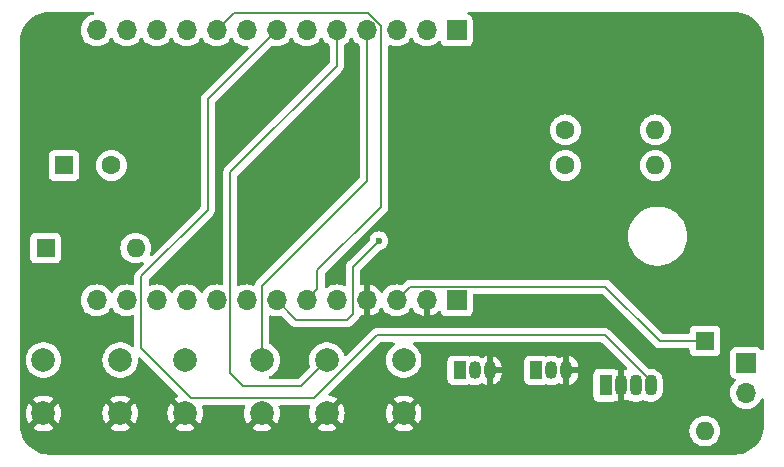
<source format=gbr>
%TF.GenerationSoftware,KiCad,Pcbnew,8.0.0*%
%TF.CreationDate,2024-09-30T23:01:36+02:00*%
%TF.ProjectId,TTGOPager,5454474f-5061-4676-9572-2e6b69636164,rev?*%
%TF.SameCoordinates,Original*%
%TF.FileFunction,Copper,L2,Bot*%
%TF.FilePolarity,Positive*%
%FSLAX46Y46*%
G04 Gerber Fmt 4.6, Leading zero omitted, Abs format (unit mm)*
G04 Created by KiCad (PCBNEW 8.0.0) date 2024-09-30 23:01:36*
%MOMM*%
%LPD*%
G01*
G04 APERTURE LIST*
%TA.AperFunction,ComponentPad*%
%ADD10C,1.600000*%
%TD*%
%TA.AperFunction,ComponentPad*%
%ADD11O,1.600000X1.600000*%
%TD*%
%TA.AperFunction,ComponentPad*%
%ADD12R,1.600000X1.600000*%
%TD*%
%TA.AperFunction,ComponentPad*%
%ADD13O,1.700000X1.700000*%
%TD*%
%TA.AperFunction,ComponentPad*%
%ADD14R,1.700000X1.700000*%
%TD*%
%TA.AperFunction,ComponentPad*%
%ADD15C,2.000000*%
%TD*%
%TA.AperFunction,ComponentPad*%
%ADD16R,1.050000X1.500000*%
%TD*%
%TA.AperFunction,ComponentPad*%
%ADD17O,1.050000X1.500000*%
%TD*%
%TA.AperFunction,ComponentPad*%
%ADD18R,1.070000X1.800000*%
%TD*%
%TA.AperFunction,ComponentPad*%
%ADD19O,1.070000X1.800000*%
%TD*%
%TA.AperFunction,ViaPad*%
%ADD20C,0.600000*%
%TD*%
%TA.AperFunction,Conductor*%
%ADD21C,0.200000*%
%TD*%
G04 APERTURE END LIST*
D10*
%TO.P,R2,1*%
%TO.N,BUZZER*%
X162190000Y-41000000D03*
D11*
%TO.P,R2,2*%
%TO.N,Net-(Q1-B)*%
X169810000Y-41000000D03*
%TD*%
D10*
%TO.P,R1,1*%
%TO.N,MOTOR*%
X162190000Y-44000000D03*
D11*
%TO.P,R1,2*%
%TO.N,Net-(Q2-B)*%
X169810000Y-44000000D03*
%TD*%
%TO.P,D3,2,A*%
%TO.N,Net-(BZ1--)*%
X125810000Y-51000000D03*
D12*
%TO.P,D3,1,K*%
%TO.N,+3.3V*%
X118190000Y-51000000D03*
%TD*%
D13*
%TO.P,U1,26,IO36*%
%TO.N,Net-(J1-Pin_2)*%
X122500000Y-32570000D03*
%TO.P,U1,25,IO39*%
%TO.N,Net-(J1-Pin_1)*%
X125040000Y-32570000D03*
%TO.P,U1,24,RST*%
%TO.N,unconnected-(U1-RST-Pad24)*%
X127580000Y-32570000D03*
%TO.P,U1,23,IO34*%
%TO.N,DIO2*%
X130120000Y-32570000D03*
%TO.P,U1,22,IO35*%
%TO.N,DIO1*%
X132660000Y-32570000D03*
%TO.P,U1,21,IO14*%
%TO.N,Net-(J1-Pin_9)*%
X135200000Y-32570000D03*
%TO.P,U1,20,IO12*%
%TO.N,NEOPIXEL*%
X137740000Y-32570000D03*
%TO.P,U1,19,IO13*%
%TO.N,BTN_UP*%
X140280000Y-32570000D03*
%TO.P,U1,18,IO15*%
%TO.N,BTN_OK*%
X142820000Y-32570000D03*
%TO.P,U1,17,IO02*%
%TO.N,BTN_DOWN*%
X145360000Y-32570000D03*
%TO.P,U1,16,IO00*%
%TO.N,MOTOR*%
X147900000Y-32570000D03*
%TO.P,U1,15,IO04*%
%TO.N,BUZZER*%
X150440000Y-32570000D03*
D14*
%TO.P,U1,14,IO25*%
%TO.N,Net-(J1-Pin_4)*%
X152980000Y-32570000D03*
%TO.P,U1,13,5V*%
%TO.N,+5V*%
X152980000Y-55430000D03*
D13*
%TO.P,U1,12,GND*%
%TO.N,GND*%
X150440000Y-55430000D03*
%TO.P,U1,11,3.3V*%
%TO.N,+3.3V*%
X147900000Y-55430000D03*
%TO.P,U1,10,GND*%
%TO.N,GND*%
X145360000Y-55430000D03*
%TO.P,U1,9,IO26*%
%TO.N,Net-(J1-Pin_3)*%
X142820000Y-55430000D03*
%TO.P,U1,8,LoRa1*%
%TO.N,DIO1*%
X140280000Y-55430000D03*
%TO.P,U1,7,LoRa2*%
%TO.N,DIO2*%
X137740000Y-55430000D03*
%TO.P,U1,6,IO19*%
%TO.N,Net-(J1-Pin_8)*%
X135200000Y-55430000D03*
%TO.P,U1,5,IO23*%
%TO.N,Net-(J1-Pin_5)*%
X132660000Y-55430000D03*
%TO.P,U1,4,IO22*%
%TO.N,Net-(J1-Pin_6)*%
X130120000Y-55430000D03*
%TO.P,U1,3,RXD*%
%TO.N,unconnected-(U1-RXD-Pad3)*%
X127580000Y-55430000D03*
%TO.P,U1,2,TXD*%
%TO.N,unconnected-(U1-TXD-Pad2)*%
X125040000Y-55430000D03*
%TO.P,U1,1,IO21*%
%TO.N,Net-(J1-Pin_7)*%
X122500000Y-55430000D03*
%TD*%
D15*
%TO.P,SW3,2,2*%
%TO.N,GND*%
X136500000Y-65000000D03*
X130000000Y-65000000D03*
%TO.P,SW3,1,1*%
%TO.N,BTN_DOWN*%
X136500000Y-60500000D03*
X130000000Y-60500000D03*
%TD*%
%TO.P,SW2,1,1*%
%TO.N,BTN_UP*%
X118000000Y-60500000D03*
X124500000Y-60500000D03*
%TO.P,SW2,2,2*%
%TO.N,GND*%
X118000000Y-65000000D03*
X124500000Y-65000000D03*
%TD*%
%TO.P,SW1,2,2*%
%TO.N,GND*%
X148500000Y-65000000D03*
X142000000Y-65000000D03*
%TO.P,SW1,1,1*%
%TO.N,BTN_OK*%
X148500000Y-60500000D03*
X142000000Y-60500000D03*
%TD*%
D16*
%TO.P,Q2,1,C*%
%TO.N,Net-(D2-A)*%
X159730000Y-61360000D03*
D17*
%TO.P,Q2,2,B*%
%TO.N,Net-(Q2-B)*%
X161000000Y-61360000D03*
%TO.P,Q2,3,E*%
%TO.N,GND*%
X162270000Y-61360000D03*
%TD*%
D16*
%TO.P,Q1,1,C*%
%TO.N,Net-(BZ1--)*%
X153230000Y-61360000D03*
D17*
%TO.P,Q1,2,B*%
%TO.N,Net-(Q1-B)*%
X154500000Y-61360000D03*
%TO.P,Q1,3,E*%
%TO.N,GND*%
X155770000Y-61360000D03*
%TD*%
D14*
%TO.P,M1,1,+*%
%TO.N,+3.3V*%
X177500000Y-60725000D03*
D13*
%TO.P,M1,2,-*%
%TO.N,Net-(D2-A)*%
X177500000Y-63265000D03*
%TD*%
D11*
%TO.P,D2,2,A*%
%TO.N,Net-(D2-A)*%
X174000000Y-66500000D03*
D12*
%TO.P,D2,1,K*%
%TO.N,+3.3V*%
X174000000Y-58880000D03*
%TD*%
D18*
%TO.P,D1,1,DOUT*%
%TO.N,unconnected-(D1-DOUT-Pad1)*%
X165600000Y-62630000D03*
D19*
%TO.P,D1,2,GND*%
%TO.N,GND*%
X166870000Y-62630000D03*
%TO.P,D1,3,VDD*%
%TO.N,+3.3V*%
X168140000Y-62630000D03*
%TO.P,D1,4,DIN*%
%TO.N,NEOPIXEL*%
X169410000Y-62630000D03*
%TD*%
D12*
%TO.P,BZ1,1,+*%
%TO.N,+3.3V*%
X119747139Y-44000000D03*
D10*
%TO.P,BZ1,2,-*%
%TO.N,Net-(BZ1--)*%
X123747139Y-44000000D03*
%TD*%
D20*
%TO.N,GND*%
X143300000Y-41900000D03*
X135950000Y-39150000D03*
X138900000Y-45000000D03*
X135000000Y-52400000D03*
X143000000Y-53500000D03*
%TO.N,DIO2*%
X146400000Y-50400000D03*
%TD*%
D21*
%TO.N,GND*%
X140200000Y-45000000D02*
X143300000Y-41900000D01*
X138900000Y-45000000D02*
X140200000Y-45000000D01*
X135000000Y-52400000D02*
X135000000Y-48900000D01*
X135000000Y-48900000D02*
X138900000Y-45000000D01*
%TO.N,DIO2*%
X139410000Y-57100000D02*
X137740000Y-55430000D01*
X143700000Y-57100000D02*
X139410000Y-57100000D01*
X144210000Y-56590000D02*
X143700000Y-57100000D01*
X146400000Y-50400000D02*
X144210000Y-52590000D01*
X144210000Y-52590000D02*
X144210000Y-56590000D01*
%TO.N,DIO1*%
X141200000Y-52900000D02*
X141200000Y-54510000D01*
X141200000Y-54510000D02*
X140280000Y-55430000D01*
X146600000Y-47500000D02*
X141200000Y-52900000D01*
X145516346Y-31100000D02*
X146600000Y-32183654D01*
X134130000Y-31100000D02*
X145516346Y-31100000D01*
X132660000Y-32570000D02*
X134130000Y-31100000D01*
X146600000Y-32183654D02*
X146600000Y-47500000D01*
%TO.N,BTN_DOWN*%
X145360000Y-45340000D02*
X145360000Y-32570000D01*
X136500000Y-54200000D02*
X145360000Y-45340000D01*
X136500000Y-60500000D02*
X136500000Y-54200000D01*
%TO.N,+3.3V*%
X170200000Y-58900000D02*
X170220000Y-58880000D01*
X165580000Y-54280000D02*
X170200000Y-58900000D01*
X170220000Y-58880000D02*
X174000000Y-58880000D01*
X149050000Y-54280000D02*
X165580000Y-54280000D01*
X147900000Y-55430000D02*
X149050000Y-54280000D01*
%TO.N,NEOPIXEL*%
X131900000Y-38410000D02*
X137740000Y-32570000D01*
X131900000Y-47800000D02*
X131900000Y-38410000D01*
X126300000Y-53400000D02*
X131900000Y-47800000D01*
X126300000Y-59500000D02*
X126300000Y-53400000D01*
X130500000Y-63700000D02*
X126300000Y-59500000D01*
X140900000Y-63700000D02*
X130500000Y-63700000D01*
X146200000Y-58400000D02*
X140900000Y-63700000D01*
X165545000Y-58400000D02*
X146200000Y-58400000D01*
X169410000Y-62265000D02*
X165545000Y-58400000D01*
X169410000Y-62630000D02*
X169410000Y-62265000D01*
%TO.N,BTN_OK*%
X142820000Y-35580000D02*
X142820000Y-32570000D01*
X133810000Y-44590000D02*
X142820000Y-35580000D01*
X133810000Y-61610000D02*
X133810000Y-44590000D01*
X134900000Y-62700000D02*
X133810000Y-61610000D01*
X139800000Y-62700000D02*
X134900000Y-62700000D01*
X142000000Y-60500000D02*
X139800000Y-62700000D01*
%TD*%
%TA.AperFunction,Conductor*%
%TO.N,GND*%
G36*
X122264688Y-31020185D02*
G01*
X122310443Y-31072989D01*
X122320387Y-31142147D01*
X122291362Y-31205703D01*
X122232584Y-31243477D01*
X122229742Y-31244275D01*
X122036344Y-31296094D01*
X122036335Y-31296098D01*
X121822171Y-31395964D01*
X121822169Y-31395965D01*
X121628597Y-31531505D01*
X121461505Y-31698597D01*
X121325965Y-31892169D01*
X121325964Y-31892171D01*
X121226098Y-32106335D01*
X121226094Y-32106344D01*
X121164938Y-32334586D01*
X121164936Y-32334596D01*
X121144341Y-32569999D01*
X121144341Y-32570000D01*
X121164936Y-32805403D01*
X121164938Y-32805413D01*
X121226094Y-33033655D01*
X121226096Y-33033659D01*
X121226097Y-33033663D01*
X121306555Y-33206205D01*
X121325965Y-33247830D01*
X121325967Y-33247834D01*
X121382122Y-33328031D01*
X121461505Y-33441401D01*
X121628599Y-33608495D01*
X121725384Y-33676265D01*
X121822165Y-33744032D01*
X121822167Y-33744033D01*
X121822170Y-33744035D01*
X122036337Y-33843903D01*
X122264592Y-33905063D01*
X122441034Y-33920500D01*
X122499999Y-33925659D01*
X122500000Y-33925659D01*
X122500001Y-33925659D01*
X122558966Y-33920500D01*
X122735408Y-33905063D01*
X122963663Y-33843903D01*
X123177830Y-33744035D01*
X123371401Y-33608495D01*
X123538495Y-33441401D01*
X123668425Y-33255842D01*
X123723002Y-33212217D01*
X123792500Y-33205023D01*
X123854855Y-33236546D01*
X123871575Y-33255842D01*
X124001500Y-33441395D01*
X124001505Y-33441401D01*
X124168599Y-33608495D01*
X124265384Y-33676265D01*
X124362165Y-33744032D01*
X124362167Y-33744033D01*
X124362170Y-33744035D01*
X124576337Y-33843903D01*
X124804592Y-33905063D01*
X124981034Y-33920500D01*
X125039999Y-33925659D01*
X125040000Y-33925659D01*
X125040001Y-33925659D01*
X125098966Y-33920500D01*
X125275408Y-33905063D01*
X125503663Y-33843903D01*
X125717830Y-33744035D01*
X125911401Y-33608495D01*
X126078495Y-33441401D01*
X126208425Y-33255842D01*
X126263002Y-33212217D01*
X126332500Y-33205023D01*
X126394855Y-33236546D01*
X126411575Y-33255842D01*
X126541500Y-33441395D01*
X126541505Y-33441401D01*
X126708599Y-33608495D01*
X126805384Y-33676265D01*
X126902165Y-33744032D01*
X126902167Y-33744033D01*
X126902170Y-33744035D01*
X127116337Y-33843903D01*
X127344592Y-33905063D01*
X127521034Y-33920500D01*
X127579999Y-33925659D01*
X127580000Y-33925659D01*
X127580001Y-33925659D01*
X127638966Y-33920500D01*
X127815408Y-33905063D01*
X128043663Y-33843903D01*
X128257830Y-33744035D01*
X128451401Y-33608495D01*
X128618495Y-33441401D01*
X128748425Y-33255842D01*
X128803002Y-33212217D01*
X128872500Y-33205023D01*
X128934855Y-33236546D01*
X128951575Y-33255842D01*
X129081500Y-33441395D01*
X129081505Y-33441401D01*
X129248599Y-33608495D01*
X129345384Y-33676265D01*
X129442165Y-33744032D01*
X129442167Y-33744033D01*
X129442170Y-33744035D01*
X129656337Y-33843903D01*
X129884592Y-33905063D01*
X130061034Y-33920500D01*
X130119999Y-33925659D01*
X130120000Y-33925659D01*
X130120001Y-33925659D01*
X130178966Y-33920500D01*
X130355408Y-33905063D01*
X130583663Y-33843903D01*
X130797830Y-33744035D01*
X130991401Y-33608495D01*
X131158495Y-33441401D01*
X131288425Y-33255842D01*
X131343002Y-33212217D01*
X131412500Y-33205023D01*
X131474855Y-33236546D01*
X131491575Y-33255842D01*
X131621500Y-33441395D01*
X131621505Y-33441401D01*
X131788599Y-33608495D01*
X131885384Y-33676265D01*
X131982165Y-33744032D01*
X131982167Y-33744033D01*
X131982170Y-33744035D01*
X132196337Y-33843903D01*
X132424592Y-33905063D01*
X132601034Y-33920500D01*
X132659999Y-33925659D01*
X132660000Y-33925659D01*
X132660001Y-33925659D01*
X132718966Y-33920500D01*
X132895408Y-33905063D01*
X133123663Y-33843903D01*
X133337830Y-33744035D01*
X133531401Y-33608495D01*
X133698495Y-33441401D01*
X133828425Y-33255842D01*
X133883002Y-33212217D01*
X133952500Y-33205023D01*
X134014855Y-33236546D01*
X134031575Y-33255842D01*
X134161500Y-33441395D01*
X134161505Y-33441401D01*
X134328599Y-33608495D01*
X134425384Y-33676265D01*
X134522165Y-33744032D01*
X134522167Y-33744033D01*
X134522170Y-33744035D01*
X134736337Y-33843903D01*
X134964592Y-33905063D01*
X135141034Y-33920500D01*
X135199999Y-33925659D01*
X135200000Y-33925659D01*
X135200001Y-33925659D01*
X135214106Y-33924424D01*
X135227842Y-33923223D01*
X135296342Y-33936989D01*
X135346525Y-33985604D01*
X135362459Y-34053633D01*
X135339084Y-34119476D01*
X135326331Y-34134432D01*
X131531286Y-37929478D01*
X131419481Y-38041282D01*
X131419479Y-38041285D01*
X131369361Y-38128094D01*
X131369359Y-38128096D01*
X131340425Y-38178209D01*
X131340424Y-38178210D01*
X131340423Y-38178215D01*
X131299499Y-38330943D01*
X131299499Y-38330945D01*
X131299499Y-38499046D01*
X131299500Y-38499059D01*
X131299500Y-47499902D01*
X131279815Y-47566941D01*
X131263181Y-47587583D01*
X127212878Y-51637886D01*
X127151555Y-51671371D01*
X127081863Y-51666387D01*
X127025930Y-51624515D01*
X127001513Y-51559051D01*
X127012815Y-51497800D01*
X127024538Y-51472661D01*
X127036739Y-51446496D01*
X127095635Y-51226692D01*
X127115468Y-51000000D01*
X127095635Y-50773308D01*
X127036739Y-50553504D01*
X126940568Y-50347266D01*
X126810047Y-50160861D01*
X126810045Y-50160858D01*
X126649141Y-49999954D01*
X126462734Y-49869432D01*
X126462732Y-49869431D01*
X126256497Y-49773261D01*
X126256488Y-49773258D01*
X126036697Y-49714366D01*
X126036693Y-49714365D01*
X126036692Y-49714365D01*
X126036691Y-49714364D01*
X126036686Y-49714364D01*
X125810002Y-49694532D01*
X125809998Y-49694532D01*
X125583313Y-49714364D01*
X125583302Y-49714366D01*
X125363511Y-49773258D01*
X125363502Y-49773261D01*
X125157267Y-49869431D01*
X125157265Y-49869432D01*
X124970858Y-49999954D01*
X124809954Y-50160858D01*
X124679432Y-50347265D01*
X124679431Y-50347267D01*
X124583261Y-50553502D01*
X124583258Y-50553511D01*
X124524366Y-50773302D01*
X124524364Y-50773313D01*
X124504532Y-50999998D01*
X124504532Y-51000001D01*
X124524364Y-51226686D01*
X124524366Y-51226697D01*
X124583258Y-51446488D01*
X124583261Y-51446497D01*
X124679431Y-51652732D01*
X124679432Y-51652734D01*
X124809954Y-51839141D01*
X124970858Y-52000045D01*
X124970861Y-52000047D01*
X125157266Y-52130568D01*
X125363504Y-52226739D01*
X125583308Y-52285635D01*
X125745230Y-52299801D01*
X125809998Y-52305468D01*
X125810000Y-52305468D01*
X125810002Y-52305468D01*
X125866807Y-52300498D01*
X126036692Y-52285635D01*
X126256496Y-52226739D01*
X126307802Y-52202814D01*
X126376875Y-52192323D01*
X126440660Y-52220842D01*
X126478900Y-52279318D01*
X126479455Y-52349185D01*
X126447885Y-52402878D01*
X125931286Y-52919478D01*
X125819481Y-53031282D01*
X125819479Y-53031284D01*
X125803558Y-53058861D01*
X125796828Y-53070519D01*
X125740423Y-53168215D01*
X125699499Y-53320943D01*
X125699499Y-53320945D01*
X125699499Y-53489046D01*
X125699500Y-53489059D01*
X125699500Y-54052776D01*
X125679815Y-54119815D01*
X125627011Y-54165570D01*
X125557853Y-54175514D01*
X125523097Y-54165159D01*
X125503665Y-54156098D01*
X125503655Y-54156094D01*
X125275413Y-54094938D01*
X125275403Y-54094936D01*
X125040001Y-54074341D01*
X125039999Y-54074341D01*
X124804596Y-54094936D01*
X124804586Y-54094938D01*
X124576344Y-54156094D01*
X124576335Y-54156098D01*
X124362171Y-54255964D01*
X124362169Y-54255965D01*
X124168597Y-54391505D01*
X124001505Y-54558597D01*
X123871575Y-54744158D01*
X123816998Y-54787783D01*
X123747500Y-54794977D01*
X123685145Y-54763454D01*
X123668425Y-54744158D01*
X123538494Y-54558597D01*
X123371402Y-54391506D01*
X123371395Y-54391501D01*
X123356262Y-54380905D01*
X123259209Y-54312947D01*
X123177834Y-54255967D01*
X123177830Y-54255965D01*
X123113094Y-54225778D01*
X122963663Y-54156097D01*
X122963659Y-54156096D01*
X122963655Y-54156094D01*
X122735413Y-54094938D01*
X122735403Y-54094936D01*
X122500001Y-54074341D01*
X122499999Y-54074341D01*
X122264596Y-54094936D01*
X122264586Y-54094938D01*
X122036344Y-54156094D01*
X122036335Y-54156098D01*
X121822171Y-54255964D01*
X121822169Y-54255965D01*
X121628597Y-54391505D01*
X121461505Y-54558597D01*
X121325965Y-54752169D01*
X121325964Y-54752171D01*
X121226098Y-54966335D01*
X121226094Y-54966344D01*
X121164938Y-55194586D01*
X121164936Y-55194596D01*
X121144341Y-55429999D01*
X121144341Y-55430000D01*
X121164936Y-55665403D01*
X121164938Y-55665413D01*
X121226094Y-55893655D01*
X121226096Y-55893659D01*
X121226097Y-55893663D01*
X121305801Y-56064588D01*
X121325965Y-56107830D01*
X121325967Y-56107834D01*
X121434281Y-56262521D01*
X121461505Y-56301401D01*
X121628599Y-56468495D01*
X121710499Y-56525842D01*
X121822165Y-56604032D01*
X121822167Y-56604033D01*
X121822170Y-56604035D01*
X122036337Y-56703903D01*
X122036343Y-56703904D01*
X122036344Y-56703905D01*
X122091285Y-56718626D01*
X122264592Y-56765063D01*
X122441034Y-56780500D01*
X122499999Y-56785659D01*
X122500000Y-56785659D01*
X122500001Y-56785659D01*
X122558966Y-56780500D01*
X122735408Y-56765063D01*
X122963663Y-56703903D01*
X123177830Y-56604035D01*
X123371401Y-56468495D01*
X123538495Y-56301401D01*
X123668425Y-56115842D01*
X123723002Y-56072217D01*
X123792500Y-56065023D01*
X123854855Y-56096546D01*
X123871575Y-56115842D01*
X124001500Y-56301395D01*
X124001505Y-56301401D01*
X124168599Y-56468495D01*
X124250499Y-56525842D01*
X124362165Y-56604032D01*
X124362167Y-56604033D01*
X124362170Y-56604035D01*
X124576337Y-56703903D01*
X124576343Y-56703904D01*
X124576344Y-56703905D01*
X124631285Y-56718626D01*
X124804592Y-56765063D01*
X124981034Y-56780500D01*
X125039999Y-56785659D01*
X125040000Y-56785659D01*
X125040001Y-56785659D01*
X125098966Y-56780500D01*
X125275408Y-56765063D01*
X125503663Y-56703903D01*
X125523094Y-56694841D01*
X125592171Y-56684349D01*
X125655955Y-56712867D01*
X125694196Y-56771343D01*
X125699500Y-56807223D01*
X125699500Y-59278525D01*
X125679815Y-59345564D01*
X125627011Y-59391319D01*
X125557853Y-59401263D01*
X125499338Y-59376379D01*
X125323506Y-59239524D01*
X125104811Y-59121172D01*
X125104802Y-59121169D01*
X124869616Y-59040429D01*
X124624335Y-58999500D01*
X124375665Y-58999500D01*
X124130383Y-59040429D01*
X123895197Y-59121169D01*
X123895188Y-59121172D01*
X123676493Y-59239524D01*
X123480257Y-59392261D01*
X123311833Y-59575217D01*
X123175826Y-59783393D01*
X123075936Y-60011118D01*
X123014892Y-60252175D01*
X123014890Y-60252187D01*
X122994357Y-60499994D01*
X122994357Y-60500005D01*
X123014890Y-60747812D01*
X123014892Y-60747824D01*
X123075936Y-60988881D01*
X123175826Y-61216606D01*
X123311833Y-61424782D01*
X123311836Y-61424785D01*
X123480256Y-61607738D01*
X123676491Y-61760474D01*
X123676493Y-61760475D01*
X123826740Y-61841785D01*
X123895190Y-61878828D01*
X124130386Y-61959571D01*
X124375665Y-62000500D01*
X124624335Y-62000500D01*
X124869614Y-61959571D01*
X125104810Y-61878828D01*
X125323509Y-61760474D01*
X125519744Y-61607738D01*
X125688164Y-61424785D01*
X125824173Y-61216607D01*
X125924063Y-60988881D01*
X125985108Y-60747821D01*
X125993253Y-60649527D01*
X126005643Y-60500005D01*
X126005643Y-60499994D01*
X125993361Y-60351774D01*
X126007442Y-60283338D01*
X126056287Y-60233379D01*
X126124388Y-60217758D01*
X126190124Y-60241435D01*
X126204618Y-60253853D01*
X129392654Y-63441889D01*
X129426139Y-63503212D01*
X129421155Y-63572904D01*
X129379283Y-63628837D01*
X129363991Y-63638625D01*
X129176761Y-63739949D01*
X129129942Y-63776388D01*
X129129942Y-63776390D01*
X129829765Y-64476212D01*
X129787708Y-64487482D01*
X129662292Y-64559890D01*
X129559890Y-64662292D01*
X129487482Y-64787708D01*
X129476212Y-64829764D01*
X128776564Y-64130116D01*
X128676267Y-64283632D01*
X128576412Y-64511282D01*
X128515387Y-64752261D01*
X128515385Y-64752270D01*
X128494859Y-64999994D01*
X128494859Y-65000005D01*
X128515385Y-65247729D01*
X128515387Y-65247738D01*
X128576412Y-65488717D01*
X128676266Y-65716364D01*
X128776564Y-65869882D01*
X129476212Y-65170234D01*
X129487482Y-65212292D01*
X129559890Y-65337708D01*
X129662292Y-65440110D01*
X129787708Y-65512518D01*
X129829765Y-65523787D01*
X129129942Y-66223609D01*
X129176768Y-66260055D01*
X129176770Y-66260056D01*
X129395385Y-66378364D01*
X129395396Y-66378369D01*
X129630506Y-66459083D01*
X129875707Y-66500000D01*
X130124293Y-66500000D01*
X130369493Y-66459083D01*
X130604603Y-66378369D01*
X130604614Y-66378364D01*
X130823228Y-66260057D01*
X130823231Y-66260055D01*
X130870056Y-66223609D01*
X130170234Y-65523787D01*
X130212292Y-65512518D01*
X130337708Y-65440110D01*
X130440110Y-65337708D01*
X130512518Y-65212292D01*
X130523787Y-65170234D01*
X131223434Y-65869882D01*
X131323731Y-65716369D01*
X131423587Y-65488717D01*
X131484612Y-65247738D01*
X131484614Y-65247729D01*
X131505141Y-65000005D01*
X131505141Y-64999994D01*
X131484614Y-64752270D01*
X131484612Y-64752261D01*
X131423588Y-64511285D01*
X131407370Y-64474311D01*
X131398467Y-64405011D01*
X131428444Y-64341898D01*
X131487783Y-64305011D01*
X131520926Y-64300500D01*
X134979074Y-64300500D01*
X135046113Y-64320185D01*
X135091868Y-64372989D01*
X135101812Y-64442147D01*
X135092630Y-64474311D01*
X135076411Y-64511285D01*
X135015387Y-64752261D01*
X135015385Y-64752270D01*
X134994859Y-64999994D01*
X134994859Y-65000005D01*
X135015385Y-65247729D01*
X135015387Y-65247738D01*
X135076412Y-65488717D01*
X135176266Y-65716364D01*
X135276564Y-65869882D01*
X135976212Y-65170233D01*
X135987482Y-65212292D01*
X136059890Y-65337708D01*
X136162292Y-65440110D01*
X136287708Y-65512518D01*
X136329765Y-65523787D01*
X135629942Y-66223609D01*
X135676768Y-66260055D01*
X135676770Y-66260056D01*
X135895385Y-66378364D01*
X135895396Y-66378369D01*
X136130506Y-66459083D01*
X136375707Y-66500000D01*
X136624293Y-66500000D01*
X136869493Y-66459083D01*
X137104603Y-66378369D01*
X137104614Y-66378364D01*
X137323228Y-66260057D01*
X137323231Y-66260055D01*
X137370056Y-66223609D01*
X136670234Y-65523787D01*
X136712292Y-65512518D01*
X136837708Y-65440110D01*
X136940110Y-65337708D01*
X137012518Y-65212292D01*
X137023787Y-65170235D01*
X137723434Y-65869882D01*
X137823731Y-65716369D01*
X137923587Y-65488717D01*
X137984612Y-65247738D01*
X137984614Y-65247729D01*
X138005141Y-65000005D01*
X138005141Y-64999994D01*
X137984614Y-64752270D01*
X137984612Y-64752261D01*
X137923588Y-64511285D01*
X137907370Y-64474311D01*
X137898467Y-64405011D01*
X137928444Y-64341898D01*
X137987783Y-64305011D01*
X138020926Y-64300500D01*
X140479074Y-64300500D01*
X140546113Y-64320185D01*
X140591868Y-64372989D01*
X140601812Y-64442147D01*
X140592630Y-64474311D01*
X140576411Y-64511285D01*
X140515387Y-64752261D01*
X140515385Y-64752270D01*
X140494859Y-64999994D01*
X140494859Y-65000005D01*
X140515385Y-65247729D01*
X140515387Y-65247738D01*
X140576412Y-65488717D01*
X140676266Y-65716364D01*
X140776564Y-65869882D01*
X141476212Y-65170233D01*
X141487482Y-65212292D01*
X141559890Y-65337708D01*
X141662292Y-65440110D01*
X141787708Y-65512518D01*
X141829765Y-65523787D01*
X141129942Y-66223609D01*
X141176768Y-66260055D01*
X141176770Y-66260056D01*
X141395385Y-66378364D01*
X141395396Y-66378369D01*
X141630506Y-66459083D01*
X141875707Y-66500000D01*
X142124293Y-66500000D01*
X142369493Y-66459083D01*
X142604603Y-66378369D01*
X142604614Y-66378364D01*
X142823228Y-66260057D01*
X142823231Y-66260055D01*
X142870056Y-66223609D01*
X142170234Y-65523787D01*
X142212292Y-65512518D01*
X142337708Y-65440110D01*
X142440110Y-65337708D01*
X142512518Y-65212292D01*
X142523787Y-65170235D01*
X143223434Y-65869882D01*
X143323731Y-65716369D01*
X143423587Y-65488717D01*
X143484612Y-65247738D01*
X143484614Y-65247729D01*
X143505141Y-65000005D01*
X146994859Y-65000005D01*
X147015385Y-65247729D01*
X147015387Y-65247738D01*
X147076412Y-65488717D01*
X147176266Y-65716364D01*
X147276564Y-65869882D01*
X147976212Y-65170234D01*
X147987482Y-65212292D01*
X148059890Y-65337708D01*
X148162292Y-65440110D01*
X148287708Y-65512518D01*
X148329765Y-65523787D01*
X147629942Y-66223609D01*
X147676768Y-66260055D01*
X147676770Y-66260056D01*
X147895385Y-66378364D01*
X147895396Y-66378369D01*
X148130506Y-66459083D01*
X148375707Y-66500000D01*
X148624293Y-66500000D01*
X172694532Y-66500000D01*
X172714364Y-66726686D01*
X172714366Y-66726697D01*
X172773258Y-66946488D01*
X172773261Y-66946497D01*
X172869431Y-67152732D01*
X172869432Y-67152734D01*
X172999954Y-67339141D01*
X173160858Y-67500045D01*
X173160861Y-67500047D01*
X173347266Y-67630568D01*
X173553504Y-67726739D01*
X173773308Y-67785635D01*
X173935230Y-67799801D01*
X173999998Y-67805468D01*
X174000000Y-67805468D01*
X174000002Y-67805468D01*
X174056673Y-67800509D01*
X174226692Y-67785635D01*
X174446496Y-67726739D01*
X174652734Y-67630568D01*
X174839139Y-67500047D01*
X175000047Y-67339139D01*
X175130568Y-67152734D01*
X175226739Y-66946496D01*
X175285635Y-66726692D01*
X175305468Y-66500000D01*
X175285635Y-66273308D01*
X175226739Y-66053504D01*
X175130568Y-65847266D01*
X175000047Y-65660861D01*
X175000045Y-65660858D01*
X174839141Y-65499954D01*
X174652734Y-65369432D01*
X174652732Y-65369431D01*
X174446497Y-65273261D01*
X174446488Y-65273258D01*
X174226697Y-65214366D01*
X174226693Y-65214365D01*
X174226692Y-65214365D01*
X174226691Y-65214364D01*
X174226686Y-65214364D01*
X174000002Y-65194532D01*
X173999998Y-65194532D01*
X173773313Y-65214364D01*
X173773302Y-65214366D01*
X173553511Y-65273258D01*
X173553502Y-65273261D01*
X173347267Y-65369431D01*
X173347265Y-65369432D01*
X173160858Y-65499954D01*
X172999954Y-65660858D01*
X172869432Y-65847265D01*
X172869431Y-65847267D01*
X172773261Y-66053502D01*
X172773258Y-66053511D01*
X172714366Y-66273302D01*
X172714364Y-66273313D01*
X172694532Y-66499998D01*
X172694532Y-66500000D01*
X148624293Y-66500000D01*
X148869493Y-66459083D01*
X149104603Y-66378369D01*
X149104614Y-66378364D01*
X149323228Y-66260057D01*
X149323231Y-66260055D01*
X149370056Y-66223609D01*
X148670234Y-65523787D01*
X148712292Y-65512518D01*
X148837708Y-65440110D01*
X148940110Y-65337708D01*
X149012518Y-65212292D01*
X149023787Y-65170235D01*
X149723434Y-65869882D01*
X149823731Y-65716369D01*
X149923587Y-65488717D01*
X149984612Y-65247738D01*
X149984614Y-65247729D01*
X150005141Y-65000005D01*
X150005141Y-64999994D01*
X149984614Y-64752270D01*
X149984612Y-64752261D01*
X149923587Y-64511282D01*
X149823731Y-64283630D01*
X149723434Y-64130116D01*
X149023787Y-64829764D01*
X149012518Y-64787708D01*
X148940110Y-64662292D01*
X148837708Y-64559890D01*
X148712292Y-64487482D01*
X148670235Y-64476212D01*
X149370057Y-63776390D01*
X149370056Y-63776389D01*
X149323229Y-63739943D01*
X149104614Y-63621635D01*
X149104603Y-63621630D01*
X148869493Y-63540916D01*
X148624293Y-63500000D01*
X148375707Y-63500000D01*
X148130506Y-63540916D01*
X147895396Y-63621630D01*
X147895390Y-63621632D01*
X147676761Y-63739949D01*
X147629942Y-63776388D01*
X147629942Y-63776390D01*
X148329765Y-64476212D01*
X148287708Y-64487482D01*
X148162292Y-64559890D01*
X148059890Y-64662292D01*
X147987482Y-64787708D01*
X147976212Y-64829764D01*
X147276564Y-64130116D01*
X147176267Y-64283632D01*
X147076412Y-64511282D01*
X147015387Y-64752261D01*
X147015385Y-64752270D01*
X146994859Y-64999994D01*
X146994859Y-65000005D01*
X143505141Y-65000005D01*
X143505141Y-64999994D01*
X143484614Y-64752270D01*
X143484612Y-64752261D01*
X143423587Y-64511282D01*
X143323731Y-64283630D01*
X143223434Y-64130116D01*
X142523787Y-64829764D01*
X142512518Y-64787708D01*
X142440110Y-64662292D01*
X142337708Y-64559890D01*
X142212292Y-64487482D01*
X142170233Y-64476212D01*
X142870057Y-63776389D01*
X142823229Y-63739943D01*
X142604614Y-63621635D01*
X142604603Y-63621630D01*
X142369493Y-63540916D01*
X142211879Y-63514615D01*
X142148994Y-63484164D01*
X142112554Y-63424549D01*
X142114130Y-63354697D01*
X142144606Y-63304627D01*
X143291364Y-62157870D01*
X152204500Y-62157870D01*
X152204501Y-62157876D01*
X152210908Y-62217483D01*
X152261202Y-62352328D01*
X152261206Y-62352335D01*
X152347452Y-62467544D01*
X152347455Y-62467547D01*
X152462664Y-62553793D01*
X152462671Y-62553797D01*
X152597517Y-62604091D01*
X152597516Y-62604091D01*
X152604444Y-62604835D01*
X152657127Y-62610500D01*
X153802872Y-62610499D01*
X153862483Y-62604091D01*
X153997331Y-62553796D01*
X153998430Y-62552972D01*
X153999717Y-62552492D01*
X154005112Y-62549547D01*
X154005535Y-62550322D01*
X154063887Y-62528552D01*
X154120198Y-62537673D01*
X154200873Y-62571091D01*
X154366777Y-62604091D01*
X154398992Y-62610499D01*
X154398996Y-62610500D01*
X154398997Y-62610500D01*
X154601004Y-62610500D01*
X154601005Y-62610499D01*
X154799127Y-62571091D01*
X154985756Y-62493786D01*
X155066562Y-62439792D01*
X155133234Y-62418917D01*
X155200614Y-62437401D01*
X155204340Y-62439795D01*
X155284479Y-62493343D01*
X155284486Y-62493347D01*
X155471016Y-62570609D01*
X155471025Y-62570612D01*
X155520000Y-62580353D01*
X155520000Y-61725865D01*
X155522383Y-61701671D01*
X155524893Y-61689057D01*
X155525500Y-61686003D01*
X155525500Y-61645830D01*
X155539745Y-61660075D01*
X155625255Y-61709444D01*
X155720630Y-61735000D01*
X155819370Y-61735000D01*
X155914745Y-61709444D01*
X156000255Y-61660075D01*
X156020000Y-61640330D01*
X156020000Y-62580352D01*
X156068974Y-62570612D01*
X156068983Y-62570609D01*
X156255513Y-62493347D01*
X156255526Y-62493340D01*
X156423399Y-62381170D01*
X156423403Y-62381167D01*
X156566167Y-62238403D01*
X156566170Y-62238399D01*
X156619978Y-62157870D01*
X158704500Y-62157870D01*
X158704501Y-62157876D01*
X158710908Y-62217483D01*
X158761202Y-62352328D01*
X158761206Y-62352335D01*
X158847452Y-62467544D01*
X158847455Y-62467547D01*
X158962664Y-62553793D01*
X158962671Y-62553797D01*
X159097517Y-62604091D01*
X159097516Y-62604091D01*
X159104444Y-62604835D01*
X159157127Y-62610500D01*
X160302872Y-62610499D01*
X160362483Y-62604091D01*
X160497331Y-62553796D01*
X160498430Y-62552972D01*
X160499717Y-62552492D01*
X160505112Y-62549547D01*
X160505535Y-62550322D01*
X160563887Y-62528552D01*
X160620198Y-62537673D01*
X160700873Y-62571091D01*
X160866777Y-62604091D01*
X160898992Y-62610499D01*
X160898996Y-62610500D01*
X160898997Y-62610500D01*
X161101004Y-62610500D01*
X161101005Y-62610499D01*
X161299127Y-62571091D01*
X161485756Y-62493786D01*
X161566562Y-62439792D01*
X161633234Y-62418917D01*
X161700614Y-62437401D01*
X161704340Y-62439795D01*
X161784479Y-62493343D01*
X161784486Y-62493347D01*
X161971016Y-62570609D01*
X161971025Y-62570612D01*
X162020000Y-62580353D01*
X162020000Y-61725865D01*
X162022383Y-61701671D01*
X162024893Y-61689057D01*
X162025500Y-61686003D01*
X162025500Y-61645830D01*
X162039745Y-61660075D01*
X162125255Y-61709444D01*
X162220630Y-61735000D01*
X162319370Y-61735000D01*
X162414745Y-61709444D01*
X162500255Y-61660075D01*
X162520000Y-61640330D01*
X162520000Y-62580352D01*
X162568974Y-62570612D01*
X162568983Y-62570609D01*
X162755513Y-62493347D01*
X162755526Y-62493340D01*
X162923399Y-62381170D01*
X162923403Y-62381167D01*
X163066167Y-62238403D01*
X163066170Y-62238399D01*
X163178340Y-62070526D01*
X163178347Y-62070513D01*
X163255609Y-61883983D01*
X163255612Y-61883974D01*
X163294999Y-61685958D01*
X163295000Y-61685955D01*
X163295000Y-61610000D01*
X162550330Y-61610000D01*
X162570075Y-61590255D01*
X162619444Y-61504745D01*
X162645000Y-61409370D01*
X162645000Y-61310630D01*
X162619444Y-61215255D01*
X162570075Y-61129745D01*
X162550330Y-61110000D01*
X163295000Y-61110000D01*
X163295000Y-61034045D01*
X163294999Y-61034041D01*
X163255612Y-60836025D01*
X163255609Y-60836016D01*
X163178347Y-60649486D01*
X163178340Y-60649473D01*
X163066170Y-60481600D01*
X163066167Y-60481596D01*
X162923403Y-60338832D01*
X162923399Y-60338829D01*
X162755526Y-60226659D01*
X162755513Y-60226652D01*
X162568984Y-60149390D01*
X162568977Y-60149388D01*
X162520000Y-60139645D01*
X162520000Y-61079670D01*
X162500255Y-61059925D01*
X162414745Y-61010556D01*
X162319370Y-60985000D01*
X162220630Y-60985000D01*
X162125255Y-61010556D01*
X162039745Y-61059925D01*
X162025500Y-61074170D01*
X162025500Y-61033997D01*
X162022383Y-61018326D01*
X162020000Y-60994134D01*
X162020000Y-60139646D01*
X162019999Y-60139645D01*
X161971022Y-60149388D01*
X161971015Y-60149390D01*
X161784481Y-60226654D01*
X161784479Y-60226655D01*
X161704337Y-60280204D01*
X161637660Y-60301081D01*
X161570280Y-60282596D01*
X161566558Y-60280204D01*
X161485754Y-60226212D01*
X161299127Y-60148909D01*
X161299119Y-60148907D01*
X161101007Y-60109500D01*
X161101003Y-60109500D01*
X160898997Y-60109500D01*
X160898992Y-60109500D01*
X160700880Y-60148907D01*
X160700868Y-60148910D01*
X160620198Y-60182325D01*
X160550729Y-60189794D01*
X160505342Y-60170036D01*
X160505114Y-60170454D01*
X160500447Y-60167905D01*
X160498432Y-60167028D01*
X160497331Y-60166204D01*
X160497330Y-60166203D01*
X160497328Y-60166202D01*
X160362482Y-60115908D01*
X160362483Y-60115908D01*
X160302883Y-60109501D01*
X160302881Y-60109500D01*
X160302873Y-60109500D01*
X160302864Y-60109500D01*
X159157129Y-60109500D01*
X159157123Y-60109501D01*
X159097516Y-60115908D01*
X158962671Y-60166202D01*
X158962664Y-60166206D01*
X158847455Y-60252452D01*
X158847452Y-60252455D01*
X158761206Y-60367664D01*
X158761202Y-60367671D01*
X158710908Y-60502517D01*
X158704501Y-60562116D01*
X158704500Y-60562135D01*
X158704500Y-62157870D01*
X156619978Y-62157870D01*
X156678340Y-62070526D01*
X156678347Y-62070513D01*
X156755609Y-61883983D01*
X156755612Y-61883974D01*
X156794999Y-61685958D01*
X156795000Y-61685955D01*
X156795000Y-61610000D01*
X156050330Y-61610000D01*
X156070075Y-61590255D01*
X156119444Y-61504745D01*
X156145000Y-61409370D01*
X156145000Y-61310630D01*
X156119444Y-61215255D01*
X156070075Y-61129745D01*
X156050330Y-61110000D01*
X156795000Y-61110000D01*
X156795000Y-61034045D01*
X156794999Y-61034041D01*
X156755612Y-60836025D01*
X156755609Y-60836016D01*
X156678347Y-60649486D01*
X156678340Y-60649473D01*
X156566170Y-60481600D01*
X156566167Y-60481596D01*
X156423403Y-60338832D01*
X156423399Y-60338829D01*
X156255526Y-60226659D01*
X156255513Y-60226652D01*
X156068984Y-60149390D01*
X156068977Y-60149388D01*
X156020000Y-60139645D01*
X156020000Y-61079670D01*
X156000255Y-61059925D01*
X155914745Y-61010556D01*
X155819370Y-60985000D01*
X155720630Y-60985000D01*
X155625255Y-61010556D01*
X155539745Y-61059925D01*
X155525500Y-61074170D01*
X155525500Y-61033997D01*
X155522383Y-61018326D01*
X155520000Y-60994134D01*
X155520000Y-60139646D01*
X155519999Y-60139645D01*
X155471022Y-60149388D01*
X155471015Y-60149390D01*
X155284481Y-60226654D01*
X155284479Y-60226655D01*
X155204337Y-60280204D01*
X155137660Y-60301081D01*
X155070280Y-60282596D01*
X155066558Y-60280204D01*
X154985754Y-60226212D01*
X154799127Y-60148909D01*
X154799119Y-60148907D01*
X154601007Y-60109500D01*
X154601003Y-60109500D01*
X154398997Y-60109500D01*
X154398992Y-60109500D01*
X154200880Y-60148907D01*
X154200868Y-60148910D01*
X154120198Y-60182325D01*
X154050729Y-60189794D01*
X154005342Y-60170036D01*
X154005114Y-60170454D01*
X154000447Y-60167905D01*
X153998432Y-60167028D01*
X153997331Y-60166204D01*
X153997330Y-60166203D01*
X153997328Y-60166202D01*
X153862482Y-60115908D01*
X153862483Y-60115908D01*
X153802883Y-60109501D01*
X153802881Y-60109500D01*
X153802873Y-60109500D01*
X153802864Y-60109500D01*
X152657129Y-60109500D01*
X152657123Y-60109501D01*
X152597516Y-60115908D01*
X152462671Y-60166202D01*
X152462664Y-60166206D01*
X152347455Y-60252452D01*
X152347452Y-60252455D01*
X152261206Y-60367664D01*
X152261202Y-60367671D01*
X152210908Y-60502517D01*
X152204501Y-60562116D01*
X152204500Y-60562135D01*
X152204500Y-62157870D01*
X143291364Y-62157870D01*
X146412416Y-59036819D01*
X146473739Y-59003334D01*
X146500097Y-59000500D01*
X147628507Y-59000500D01*
X147695546Y-59020185D01*
X147741301Y-59072989D01*
X147751245Y-59142147D01*
X147722220Y-59205703D01*
X147687526Y-59233554D01*
X147684785Y-59235037D01*
X147676493Y-59239524D01*
X147480257Y-59392261D01*
X147311833Y-59575217D01*
X147175826Y-59783393D01*
X147075936Y-60011118D01*
X147014892Y-60252175D01*
X147014890Y-60252187D01*
X146994357Y-60499994D01*
X146994357Y-60500005D01*
X147014890Y-60747812D01*
X147014892Y-60747824D01*
X147075936Y-60988881D01*
X147175826Y-61216606D01*
X147311833Y-61424782D01*
X147311836Y-61424785D01*
X147480256Y-61607738D01*
X147676491Y-61760474D01*
X147676493Y-61760475D01*
X147826740Y-61841785D01*
X147895190Y-61878828D01*
X148130386Y-61959571D01*
X148375665Y-62000500D01*
X148624335Y-62000500D01*
X148869614Y-61959571D01*
X149104810Y-61878828D01*
X149323509Y-61760474D01*
X149519744Y-61607738D01*
X149688164Y-61424785D01*
X149824173Y-61216607D01*
X149924063Y-60988881D01*
X149985108Y-60747821D01*
X149993253Y-60649527D01*
X150005643Y-60500005D01*
X150005643Y-60499994D01*
X149985109Y-60252187D01*
X149985107Y-60252175D01*
X149924063Y-60011118D01*
X149824173Y-59783393D01*
X149688166Y-59575217D01*
X149604862Y-59484725D01*
X149519744Y-59392262D01*
X149323509Y-59239526D01*
X149323507Y-59239525D01*
X149323506Y-59239524D01*
X149317395Y-59236217D01*
X149312474Y-59233554D01*
X149262885Y-59184335D01*
X149247777Y-59116119D01*
X149271947Y-59050563D01*
X149327723Y-59008482D01*
X149371493Y-59000500D01*
X165244903Y-59000500D01*
X165311942Y-59020185D01*
X165332584Y-59036819D01*
X167403082Y-61107317D01*
X167436567Y-61168640D01*
X167431583Y-61238332D01*
X167389711Y-61294265D01*
X167324247Y-61318682D01*
X167267949Y-61309559D01*
X167171900Y-61269774D01*
X167171893Y-61269772D01*
X167120000Y-61259449D01*
X167120000Y-62072876D01*
X167117617Y-62097068D01*
X167104500Y-62163010D01*
X167104500Y-62245773D01*
X167043694Y-62210667D01*
X166929244Y-62180000D01*
X166810756Y-62180000D01*
X166696306Y-62210667D01*
X166635499Y-62245773D01*
X166635499Y-61682128D01*
X166629091Y-61622517D01*
X166627818Y-61619103D01*
X166620000Y-61575771D01*
X166620000Y-61259450D01*
X166619999Y-61259449D01*
X166568106Y-61269772D01*
X166568099Y-61269774D01*
X166496393Y-61299476D01*
X166426924Y-61306945D01*
X166385867Y-61289074D01*
X166385114Y-61290454D01*
X166377328Y-61286202D01*
X166242482Y-61235908D01*
X166242483Y-61235908D01*
X166182883Y-61229501D01*
X166182881Y-61229500D01*
X166182873Y-61229500D01*
X166182864Y-61229500D01*
X165017129Y-61229500D01*
X165017123Y-61229501D01*
X164957516Y-61235908D01*
X164822671Y-61286202D01*
X164822664Y-61286206D01*
X164707455Y-61372452D01*
X164707452Y-61372455D01*
X164621206Y-61487664D01*
X164621202Y-61487671D01*
X164570908Y-61622517D01*
X164564501Y-61682116D01*
X164564501Y-61682123D01*
X164564500Y-61682135D01*
X164564500Y-63577870D01*
X164564501Y-63577876D01*
X164570908Y-63637483D01*
X164621202Y-63772328D01*
X164621206Y-63772335D01*
X164707452Y-63887544D01*
X164707455Y-63887547D01*
X164822664Y-63973793D01*
X164822671Y-63973797D01*
X164957517Y-64024091D01*
X164957516Y-64024091D01*
X164964444Y-64024835D01*
X165017127Y-64030500D01*
X166182872Y-64030499D01*
X166242483Y-64024091D01*
X166377331Y-63973796D01*
X166377335Y-63973792D01*
X166385118Y-63969544D01*
X166386190Y-63971507D01*
X166440082Y-63951401D01*
X166496394Y-63960523D01*
X166568101Y-63990225D01*
X166568109Y-63990227D01*
X166619999Y-64000549D01*
X166620000Y-64000549D01*
X166620000Y-63684230D01*
X166627819Y-63640895D01*
X166629089Y-63637488D01*
X166629091Y-63637483D01*
X166635500Y-63577873D01*
X166635499Y-63014226D01*
X166696306Y-63049333D01*
X166810756Y-63080000D01*
X166929244Y-63080000D01*
X167043694Y-63049333D01*
X167104500Y-63014226D01*
X167104500Y-63096989D01*
X167117617Y-63162929D01*
X167120000Y-63187122D01*
X167120000Y-64000549D01*
X167171890Y-63990227D01*
X167171898Y-63990225D01*
X167360252Y-63912206D01*
X167360256Y-63912204D01*
X167435658Y-63861822D01*
X167502336Y-63840944D01*
X167569716Y-63859428D01*
X167573401Y-63861796D01*
X167649507Y-63912648D01*
X167649509Y-63912649D01*
X167649513Y-63912651D01*
X167837951Y-63990704D01*
X167837956Y-63990706D01*
X167837960Y-63990706D01*
X167837961Y-63990707D01*
X168038009Y-64030500D01*
X168038012Y-64030500D01*
X168241990Y-64030500D01*
X168392560Y-64000549D01*
X168442044Y-63990706D01*
X168630493Y-63912648D01*
X168706109Y-63862123D01*
X168772786Y-63841245D01*
X168840166Y-63859729D01*
X168843891Y-63862123D01*
X168919501Y-63912644D01*
X168919507Y-63912648D01*
X168919509Y-63912649D01*
X168919513Y-63912651D01*
X169107951Y-63990704D01*
X169107956Y-63990706D01*
X169107960Y-63990706D01*
X169107961Y-63990707D01*
X169308009Y-64030500D01*
X169308012Y-64030500D01*
X169511990Y-64030500D01*
X169662560Y-64000549D01*
X169712044Y-63990706D01*
X169900493Y-63912648D01*
X169901158Y-63912204D01*
X169976109Y-63862123D01*
X170070093Y-63799325D01*
X170214325Y-63655093D01*
X170327648Y-63485493D01*
X170328199Y-63484164D01*
X170405704Y-63297048D01*
X170405706Y-63297044D01*
X170427571Y-63187122D01*
X170445500Y-63096990D01*
X170445500Y-62163009D01*
X170405707Y-61962961D01*
X170405706Y-61962960D01*
X170405706Y-61962956D01*
X170404304Y-61959571D01*
X170327651Y-61774513D01*
X170327644Y-61774500D01*
X170214325Y-61604907D01*
X170214322Y-61604903D01*
X170070096Y-61460677D01*
X170070092Y-61460674D01*
X169900499Y-61347355D01*
X169900486Y-61347348D01*
X169712048Y-61269295D01*
X169712038Y-61269292D01*
X169511990Y-61229500D01*
X169511988Y-61229500D01*
X169308012Y-61229500D01*
X169308010Y-61229500D01*
X169302714Y-61230553D01*
X169233123Y-61224321D01*
X169190850Y-61196615D01*
X166032590Y-58038355D01*
X166032588Y-58038352D01*
X165913717Y-57919481D01*
X165913716Y-57919480D01*
X165826904Y-57869360D01*
X165826904Y-57869359D01*
X165826900Y-57869358D01*
X165776785Y-57840423D01*
X165624057Y-57799499D01*
X165465943Y-57799499D01*
X165458347Y-57799499D01*
X165458331Y-57799500D01*
X146286669Y-57799500D01*
X146286653Y-57799499D01*
X146279057Y-57799499D01*
X146120943Y-57799499D01*
X146013587Y-57828265D01*
X145968210Y-57840424D01*
X145968209Y-57840425D01*
X145918096Y-57869359D01*
X145918095Y-57869360D01*
X145874689Y-57894420D01*
X145831285Y-57919479D01*
X145831282Y-57919481D01*
X145719478Y-58031286D01*
X143642145Y-60108618D01*
X143580822Y-60142103D01*
X143511130Y-60137119D01*
X143455197Y-60095247D01*
X143434258Y-60051378D01*
X143424063Y-60011119D01*
X143324173Y-59783393D01*
X143287900Y-59727873D01*
X143188166Y-59575217D01*
X143104862Y-59484725D01*
X143019744Y-59392262D01*
X142823509Y-59239526D01*
X142823507Y-59239525D01*
X142823506Y-59239524D01*
X142604811Y-59121172D01*
X142604802Y-59121169D01*
X142369616Y-59040429D01*
X142124335Y-58999500D01*
X141875665Y-58999500D01*
X141630383Y-59040429D01*
X141395197Y-59121169D01*
X141395188Y-59121172D01*
X141176493Y-59239524D01*
X140980257Y-59392261D01*
X140811833Y-59575217D01*
X140675826Y-59783393D01*
X140575936Y-60011118D01*
X140514892Y-60252175D01*
X140514890Y-60252187D01*
X140494357Y-60499994D01*
X140494357Y-60500005D01*
X140514890Y-60747812D01*
X140514892Y-60747824D01*
X140576007Y-60989160D01*
X140573382Y-61058980D01*
X140543482Y-61107281D01*
X139587584Y-62063181D01*
X139526261Y-62096666D01*
X139499903Y-62099500D01*
X137186709Y-62099500D01*
X137119670Y-62079815D01*
X137073915Y-62027011D01*
X137063971Y-61957853D01*
X137092996Y-61894297D01*
X137127692Y-61866445D01*
X137252467Y-61798920D01*
X137323509Y-61760474D01*
X137519744Y-61607738D01*
X137688164Y-61424785D01*
X137824173Y-61216607D01*
X137924063Y-60988881D01*
X137985108Y-60747821D01*
X137993253Y-60649527D01*
X138005643Y-60500005D01*
X138005643Y-60499994D01*
X137985109Y-60252187D01*
X137985107Y-60252175D01*
X137924063Y-60011118D01*
X137824173Y-59783393D01*
X137688166Y-59575217D01*
X137604862Y-59484725D01*
X137519744Y-59392262D01*
X137323509Y-59239526D01*
X137323507Y-59239525D01*
X137323506Y-59239524D01*
X137165482Y-59154006D01*
X137115892Y-59104786D01*
X137100500Y-59044951D01*
X137100500Y-56816549D01*
X137120185Y-56749510D01*
X137172989Y-56703755D01*
X137242147Y-56693811D01*
X137271113Y-56702443D01*
X137271256Y-56702053D01*
X137276331Y-56703900D01*
X137276337Y-56703903D01*
X137276342Y-56703904D01*
X137276344Y-56703905D01*
X137331285Y-56718626D01*
X137504592Y-56765063D01*
X137681034Y-56780500D01*
X137739999Y-56785659D01*
X137740000Y-56785659D01*
X137740001Y-56785659D01*
X137798966Y-56780500D01*
X137975408Y-56765063D01*
X138103757Y-56730672D01*
X138173606Y-56732335D01*
X138223530Y-56762765D01*
X139041284Y-57580520D01*
X139041286Y-57580521D01*
X139041290Y-57580524D01*
X139137729Y-57636202D01*
X139178216Y-57659577D01*
X139330943Y-57700501D01*
X139330945Y-57700501D01*
X139496654Y-57700501D01*
X139496670Y-57700500D01*
X143613331Y-57700500D01*
X143613347Y-57700501D01*
X143620943Y-57700501D01*
X143779054Y-57700501D01*
X143779057Y-57700501D01*
X143931785Y-57659577D01*
X143981904Y-57630639D01*
X144068716Y-57580520D01*
X144180520Y-57468716D01*
X144180520Y-57468714D01*
X144190728Y-57458507D01*
X144190730Y-57458504D01*
X144568506Y-57080728D01*
X144568511Y-57080724D01*
X144578714Y-57070520D01*
X144578716Y-57070520D01*
X144690520Y-56958716D01*
X144708750Y-56927138D01*
X144742770Y-56868216D01*
X144761079Y-56836503D01*
X144769577Y-56821785D01*
X144775575Y-56799399D01*
X144811937Y-56739742D01*
X144874783Y-56709211D01*
X144927442Y-56711719D01*
X145110000Y-56760634D01*
X145110000Y-55863012D01*
X145167007Y-55895925D01*
X145294174Y-55930000D01*
X145425826Y-55930000D01*
X145552993Y-55895925D01*
X145610000Y-55863012D01*
X145610000Y-56760633D01*
X145823483Y-56703433D01*
X145823492Y-56703429D01*
X146037578Y-56603600D01*
X146231082Y-56468105D01*
X146398105Y-56301082D01*
X146528119Y-56115405D01*
X146582696Y-56071781D01*
X146652195Y-56064588D01*
X146714549Y-56096110D01*
X146731269Y-56115405D01*
X146861505Y-56301401D01*
X147028599Y-56468495D01*
X147110499Y-56525842D01*
X147222165Y-56604032D01*
X147222167Y-56604033D01*
X147222170Y-56604035D01*
X147436337Y-56703903D01*
X147436343Y-56703904D01*
X147436344Y-56703905D01*
X147491285Y-56718626D01*
X147664592Y-56765063D01*
X147841034Y-56780500D01*
X147899999Y-56785659D01*
X147900000Y-56785659D01*
X147900001Y-56785659D01*
X147958966Y-56780500D01*
X148135408Y-56765063D01*
X148363663Y-56703903D01*
X148577830Y-56604035D01*
X148771401Y-56468495D01*
X148938495Y-56301401D01*
X149068730Y-56115405D01*
X149123307Y-56071781D01*
X149192805Y-56064587D01*
X149255160Y-56096110D01*
X149271879Y-56115405D01*
X149401890Y-56301078D01*
X149568917Y-56468105D01*
X149762421Y-56603600D01*
X149976507Y-56703429D01*
X149976516Y-56703433D01*
X150190000Y-56760634D01*
X150190000Y-55863012D01*
X150247007Y-55895925D01*
X150374174Y-55930000D01*
X150505826Y-55930000D01*
X150632993Y-55895925D01*
X150690000Y-55863012D01*
X150690000Y-56760633D01*
X150903483Y-56703433D01*
X150903492Y-56703429D01*
X151117578Y-56603600D01*
X151311078Y-56468108D01*
X151433133Y-56346053D01*
X151494456Y-56312568D01*
X151564148Y-56317552D01*
X151620082Y-56359423D01*
X151636997Y-56390401D01*
X151686202Y-56522328D01*
X151686206Y-56522335D01*
X151772452Y-56637544D01*
X151772455Y-56637547D01*
X151887664Y-56723793D01*
X151887671Y-56723797D01*
X152022517Y-56774091D01*
X152022516Y-56774091D01*
X152029444Y-56774835D01*
X152082127Y-56780500D01*
X153877872Y-56780499D01*
X153937483Y-56774091D01*
X154072331Y-56723796D01*
X154187546Y-56637546D01*
X154273796Y-56522331D01*
X154324091Y-56387483D01*
X154330500Y-56327873D01*
X154330499Y-55004499D01*
X154350184Y-54937461D01*
X154402987Y-54891706D01*
X154454499Y-54880500D01*
X165279903Y-54880500D01*
X165346942Y-54900185D01*
X165367584Y-54916819D01*
X169831282Y-59380518D01*
X169831284Y-59380520D01*
X169918095Y-59430639D01*
X169918097Y-59430641D01*
X169956151Y-59452611D01*
X169968215Y-59459577D01*
X170120943Y-59500501D01*
X170120946Y-59500501D01*
X170279056Y-59500501D01*
X170279058Y-59500501D01*
X170337933Y-59484724D01*
X170370027Y-59480500D01*
X172575501Y-59480500D01*
X172642540Y-59500185D01*
X172688295Y-59552989D01*
X172699501Y-59604500D01*
X172699501Y-59727876D01*
X172705908Y-59787483D01*
X172756202Y-59922328D01*
X172756206Y-59922335D01*
X172842452Y-60037544D01*
X172842455Y-60037547D01*
X172957664Y-60123793D01*
X172957671Y-60123797D01*
X173092517Y-60174091D01*
X173092516Y-60174091D01*
X173099444Y-60174835D01*
X173152127Y-60180500D01*
X174847872Y-60180499D01*
X174907483Y-60174091D01*
X175042331Y-60123796D01*
X175157546Y-60037546D01*
X175243796Y-59922331D01*
X175294091Y-59787483D01*
X175300500Y-59727873D01*
X175300499Y-58032128D01*
X175294091Y-57972517D01*
X175274309Y-57919480D01*
X175243797Y-57837671D01*
X175243793Y-57837664D01*
X175157547Y-57722455D01*
X175157544Y-57722452D01*
X175042335Y-57636206D01*
X175042328Y-57636202D01*
X174907482Y-57585908D01*
X174907483Y-57585908D01*
X174847883Y-57579501D01*
X174847881Y-57579500D01*
X174847873Y-57579500D01*
X174847864Y-57579500D01*
X173152129Y-57579500D01*
X173152123Y-57579501D01*
X173092516Y-57585908D01*
X172957671Y-57636202D01*
X172957664Y-57636206D01*
X172842455Y-57722452D01*
X172842452Y-57722455D01*
X172756206Y-57837664D01*
X172756202Y-57837671D01*
X172705908Y-57972517D01*
X172699590Y-58031286D01*
X172699501Y-58032123D01*
X172699500Y-58032135D01*
X172699500Y-58155500D01*
X172679815Y-58222539D01*
X172627011Y-58268294D01*
X172575500Y-58279500D01*
X170480098Y-58279500D01*
X170413059Y-58259815D01*
X170392417Y-58243181D01*
X166067590Y-53918355D01*
X166067588Y-53918352D01*
X165948717Y-53799481D01*
X165948716Y-53799480D01*
X165861904Y-53749360D01*
X165861904Y-53749359D01*
X165861900Y-53749358D01*
X165811785Y-53720423D01*
X165659057Y-53679499D01*
X165500943Y-53679499D01*
X165493347Y-53679499D01*
X165493331Y-53679500D01*
X149136670Y-53679500D01*
X149136654Y-53679499D01*
X149129058Y-53679499D01*
X148970943Y-53679499D01*
X148894579Y-53699961D01*
X148818214Y-53720423D01*
X148818209Y-53720426D01*
X148681290Y-53799475D01*
X148681286Y-53799478D01*
X148383529Y-54097234D01*
X148322206Y-54130718D01*
X148263755Y-54129327D01*
X148135413Y-54094938D01*
X148135403Y-54094936D01*
X147900001Y-54074341D01*
X147899999Y-54074341D01*
X147664596Y-54094936D01*
X147664586Y-54094938D01*
X147436344Y-54156094D01*
X147436335Y-54156098D01*
X147222171Y-54255964D01*
X147222169Y-54255965D01*
X147028597Y-54391505D01*
X146861508Y-54558594D01*
X146731269Y-54744595D01*
X146676692Y-54788219D01*
X146607193Y-54795412D01*
X146544839Y-54763890D01*
X146528119Y-54744594D01*
X146398113Y-54558926D01*
X146398108Y-54558920D01*
X146231082Y-54391894D01*
X146037578Y-54256399D01*
X145823492Y-54156570D01*
X145823486Y-54156567D01*
X145610000Y-54099364D01*
X145610000Y-54996988D01*
X145552993Y-54964075D01*
X145425826Y-54930000D01*
X145294174Y-54930000D01*
X145167007Y-54964075D01*
X145110000Y-54996988D01*
X145110000Y-54099364D01*
X145109999Y-54099363D01*
X144966593Y-54137789D01*
X144896743Y-54136126D01*
X144838881Y-54096963D01*
X144811377Y-54032735D01*
X144810500Y-54018014D01*
X144810500Y-52890097D01*
X144830185Y-52823058D01*
X144846819Y-52802416D01*
X145606907Y-52042328D01*
X146418536Y-51230698D01*
X146479857Y-51197215D01*
X146492310Y-51195163D01*
X146579255Y-51185368D01*
X146749522Y-51125789D01*
X146902262Y-51029816D01*
X147029816Y-50902262D01*
X147125789Y-50749522D01*
X147185368Y-50579255D01*
X147188269Y-50553511D01*
X147205565Y-50400003D01*
X147205565Y-50399996D01*
X147185369Y-50220750D01*
X147185368Y-50220745D01*
X147161358Y-50152128D01*
X147125789Y-50050478D01*
X147094075Y-50000005D01*
X167494556Y-50000005D01*
X167514310Y-50314004D01*
X167514311Y-50314011D01*
X167573270Y-50623083D01*
X167670497Y-50922316D01*
X167670499Y-50922321D01*
X167804461Y-51207003D01*
X167804464Y-51207009D01*
X167973051Y-51472661D01*
X167973054Y-51472665D01*
X168173606Y-51715090D01*
X168173608Y-51715092D01*
X168402968Y-51930476D01*
X168402978Y-51930484D01*
X168657504Y-52115408D01*
X168657509Y-52115410D01*
X168657516Y-52115416D01*
X168933234Y-52266994D01*
X168933239Y-52266996D01*
X168933241Y-52266997D01*
X168933242Y-52266998D01*
X169225771Y-52382818D01*
X169225774Y-52382819D01*
X169368552Y-52419478D01*
X169530527Y-52461066D01*
X169596010Y-52469338D01*
X169842670Y-52500499D01*
X169842679Y-52500499D01*
X169842682Y-52500500D01*
X169842684Y-52500500D01*
X170157316Y-52500500D01*
X170157318Y-52500500D01*
X170157321Y-52500499D01*
X170157329Y-52500499D01*
X170343593Y-52476968D01*
X170469473Y-52461066D01*
X170774225Y-52382819D01*
X170836373Y-52358213D01*
X171066757Y-52266998D01*
X171066758Y-52266997D01*
X171066756Y-52266997D01*
X171066766Y-52266994D01*
X171342484Y-52115416D01*
X171597030Y-51930478D01*
X171826390Y-51715094D01*
X172026947Y-51472663D01*
X172195537Y-51207007D01*
X172329503Y-50922315D01*
X172426731Y-50623079D01*
X172485688Y-50314015D01*
X172485689Y-50314004D01*
X172505444Y-50000005D01*
X172505444Y-49999994D01*
X172485689Y-49685995D01*
X172485688Y-49685988D01*
X172485688Y-49685985D01*
X172426731Y-49376921D01*
X172329503Y-49077685D01*
X172195537Y-48792993D01*
X172026947Y-48527337D01*
X171831210Y-48290732D01*
X171826393Y-48284909D01*
X171826391Y-48284907D01*
X171702660Y-48168715D01*
X171597030Y-48069522D01*
X171597027Y-48069520D01*
X171597021Y-48069515D01*
X171342495Y-47884591D01*
X171342488Y-47884586D01*
X171342484Y-47884584D01*
X171066766Y-47733006D01*
X171066763Y-47733004D01*
X171066758Y-47733002D01*
X171066757Y-47733001D01*
X170774228Y-47617181D01*
X170774225Y-47617180D01*
X170469476Y-47538934D01*
X170469463Y-47538932D01*
X170157329Y-47499500D01*
X170157318Y-47499500D01*
X169842682Y-47499500D01*
X169842670Y-47499500D01*
X169530536Y-47538932D01*
X169530523Y-47538934D01*
X169225774Y-47617180D01*
X169225771Y-47617181D01*
X168933242Y-47733001D01*
X168933241Y-47733002D01*
X168657516Y-47884584D01*
X168657504Y-47884591D01*
X168402978Y-48069515D01*
X168402968Y-48069523D01*
X168173608Y-48284907D01*
X168173606Y-48284909D01*
X167973054Y-48527334D01*
X167973051Y-48527338D01*
X167804464Y-48792990D01*
X167804461Y-48792996D01*
X167670499Y-49077678D01*
X167670497Y-49077683D01*
X167573270Y-49376916D01*
X167514311Y-49685988D01*
X167514310Y-49685995D01*
X167494556Y-49999994D01*
X167494556Y-50000005D01*
X147094075Y-50000005D01*
X147029816Y-49897738D01*
X146902262Y-49770184D01*
X146875216Y-49753190D01*
X146749523Y-49674211D01*
X146579254Y-49614631D01*
X146579249Y-49614630D01*
X146400004Y-49594435D01*
X146399996Y-49594435D01*
X146220750Y-49614630D01*
X146220745Y-49614631D01*
X146050476Y-49674211D01*
X145897737Y-49770184D01*
X145770184Y-49897737D01*
X145674210Y-50050478D01*
X145614630Y-50220750D01*
X145604837Y-50307667D01*
X145577770Y-50372081D01*
X145569298Y-50381464D01*
X143841286Y-52109478D01*
X143729481Y-52221282D01*
X143729475Y-52221290D01*
X143687445Y-52294090D01*
X143687445Y-52294091D01*
X143650423Y-52358215D01*
X143609499Y-52510943D01*
X143609499Y-52510945D01*
X143609499Y-52679046D01*
X143609500Y-52679059D01*
X143609500Y-54113396D01*
X143589815Y-54180435D01*
X143537011Y-54226190D01*
X143467853Y-54236134D01*
X143433096Y-54225778D01*
X143283669Y-54156099D01*
X143283655Y-54156094D01*
X143055413Y-54094938D01*
X143055403Y-54094936D01*
X142820001Y-54074341D01*
X142819999Y-54074341D01*
X142584596Y-54094936D01*
X142584586Y-54094938D01*
X142356344Y-54156094D01*
X142356335Y-54156098D01*
X142142171Y-54255964D01*
X142142169Y-54255965D01*
X141995623Y-54358578D01*
X141929417Y-54380905D01*
X141861650Y-54363895D01*
X141813837Y-54312947D01*
X141800500Y-54257003D01*
X141800500Y-53200096D01*
X141820185Y-53133057D01*
X141836814Y-53112420D01*
X146968713Y-47980521D01*
X146968716Y-47980520D01*
X147080520Y-47868716D01*
X147130639Y-47781904D01*
X147159577Y-47731785D01*
X147200500Y-47579058D01*
X147200500Y-47420943D01*
X147200500Y-44000001D01*
X160884532Y-44000001D01*
X160904364Y-44226686D01*
X160904366Y-44226697D01*
X160963258Y-44446488D01*
X160963261Y-44446497D01*
X161059431Y-44652732D01*
X161059432Y-44652734D01*
X161189954Y-44839141D01*
X161350858Y-45000045D01*
X161350861Y-45000047D01*
X161537266Y-45130568D01*
X161743504Y-45226739D01*
X161963308Y-45285635D01*
X162125230Y-45299801D01*
X162189998Y-45305468D01*
X162190000Y-45305468D01*
X162190002Y-45305468D01*
X162246807Y-45300498D01*
X162416692Y-45285635D01*
X162636496Y-45226739D01*
X162842734Y-45130568D01*
X163029139Y-45000047D01*
X163190047Y-44839139D01*
X163320568Y-44652734D01*
X163416739Y-44446496D01*
X163475635Y-44226692D01*
X163495468Y-44000001D01*
X168504532Y-44000001D01*
X168524364Y-44226686D01*
X168524366Y-44226697D01*
X168583258Y-44446488D01*
X168583261Y-44446497D01*
X168679431Y-44652732D01*
X168679432Y-44652734D01*
X168809954Y-44839141D01*
X168970858Y-45000045D01*
X168970861Y-45000047D01*
X169157266Y-45130568D01*
X169363504Y-45226739D01*
X169583308Y-45285635D01*
X169745230Y-45299801D01*
X169809998Y-45305468D01*
X169810000Y-45305468D01*
X169810002Y-45305468D01*
X169866807Y-45300498D01*
X170036692Y-45285635D01*
X170256496Y-45226739D01*
X170462734Y-45130568D01*
X170649139Y-45000047D01*
X170810047Y-44839139D01*
X170940568Y-44652734D01*
X171036739Y-44446496D01*
X171095635Y-44226692D01*
X171115468Y-44000000D01*
X171095635Y-43773308D01*
X171036739Y-43553504D01*
X170940568Y-43347266D01*
X170810047Y-43160861D01*
X170810045Y-43160858D01*
X170649141Y-42999954D01*
X170462734Y-42869432D01*
X170462732Y-42869431D01*
X170256497Y-42773261D01*
X170256488Y-42773258D01*
X170036697Y-42714366D01*
X170036693Y-42714365D01*
X170036692Y-42714365D01*
X170036691Y-42714364D01*
X170036686Y-42714364D01*
X169810002Y-42694532D01*
X169809998Y-42694532D01*
X169583313Y-42714364D01*
X169583302Y-42714366D01*
X169363511Y-42773258D01*
X169363502Y-42773261D01*
X169157267Y-42869431D01*
X169157265Y-42869432D01*
X168970858Y-42999954D01*
X168809954Y-43160858D01*
X168679432Y-43347265D01*
X168679431Y-43347267D01*
X168583261Y-43553502D01*
X168583258Y-43553511D01*
X168524366Y-43773302D01*
X168524364Y-43773313D01*
X168504532Y-43999998D01*
X168504532Y-44000001D01*
X163495468Y-44000001D01*
X163495468Y-44000000D01*
X163475635Y-43773308D01*
X163416739Y-43553504D01*
X163320568Y-43347266D01*
X163190047Y-43160861D01*
X163190045Y-43160858D01*
X163029141Y-42999954D01*
X162842734Y-42869432D01*
X162842732Y-42869431D01*
X162636497Y-42773261D01*
X162636488Y-42773258D01*
X162416697Y-42714366D01*
X162416693Y-42714365D01*
X162416692Y-42714365D01*
X162416691Y-42714364D01*
X162416686Y-42714364D01*
X162190002Y-42694532D01*
X162189998Y-42694532D01*
X161963313Y-42714364D01*
X161963302Y-42714366D01*
X161743511Y-42773258D01*
X161743502Y-42773261D01*
X161537267Y-42869431D01*
X161537265Y-42869432D01*
X161350858Y-42999954D01*
X161189954Y-43160858D01*
X161059432Y-43347265D01*
X161059431Y-43347267D01*
X160963261Y-43553502D01*
X160963258Y-43553511D01*
X160904366Y-43773302D01*
X160904364Y-43773313D01*
X160884532Y-43999998D01*
X160884532Y-44000001D01*
X147200500Y-44000001D01*
X147200500Y-41000001D01*
X160884532Y-41000001D01*
X160904364Y-41226686D01*
X160904366Y-41226697D01*
X160963258Y-41446488D01*
X160963261Y-41446497D01*
X161059431Y-41652732D01*
X161059432Y-41652734D01*
X161189954Y-41839141D01*
X161350858Y-42000045D01*
X161350861Y-42000047D01*
X161537266Y-42130568D01*
X161743504Y-42226739D01*
X161963308Y-42285635D01*
X162125230Y-42299801D01*
X162189998Y-42305468D01*
X162190000Y-42305468D01*
X162190002Y-42305468D01*
X162246673Y-42300509D01*
X162416692Y-42285635D01*
X162636496Y-42226739D01*
X162842734Y-42130568D01*
X163029139Y-42000047D01*
X163190047Y-41839139D01*
X163320568Y-41652734D01*
X163416739Y-41446496D01*
X163475635Y-41226692D01*
X163495468Y-41000001D01*
X168504532Y-41000001D01*
X168524364Y-41226686D01*
X168524366Y-41226697D01*
X168583258Y-41446488D01*
X168583261Y-41446497D01*
X168679431Y-41652732D01*
X168679432Y-41652734D01*
X168809954Y-41839141D01*
X168970858Y-42000045D01*
X168970861Y-42000047D01*
X169157266Y-42130568D01*
X169363504Y-42226739D01*
X169583308Y-42285635D01*
X169745230Y-42299801D01*
X169809998Y-42305468D01*
X169810000Y-42305468D01*
X169810002Y-42305468D01*
X169866673Y-42300509D01*
X170036692Y-42285635D01*
X170256496Y-42226739D01*
X170462734Y-42130568D01*
X170649139Y-42000047D01*
X170810047Y-41839139D01*
X170940568Y-41652734D01*
X171036739Y-41446496D01*
X171095635Y-41226692D01*
X171115468Y-41000000D01*
X171095635Y-40773308D01*
X171036739Y-40553504D01*
X170940568Y-40347266D01*
X170810047Y-40160861D01*
X170810045Y-40160858D01*
X170649141Y-39999954D01*
X170462734Y-39869432D01*
X170462732Y-39869431D01*
X170256497Y-39773261D01*
X170256488Y-39773258D01*
X170036697Y-39714366D01*
X170036693Y-39714365D01*
X170036692Y-39714365D01*
X170036691Y-39714364D01*
X170036686Y-39714364D01*
X169810002Y-39694532D01*
X169809998Y-39694532D01*
X169583313Y-39714364D01*
X169583302Y-39714366D01*
X169363511Y-39773258D01*
X169363502Y-39773261D01*
X169157267Y-39869431D01*
X169157265Y-39869432D01*
X168970858Y-39999954D01*
X168809954Y-40160858D01*
X168679432Y-40347265D01*
X168679431Y-40347267D01*
X168583261Y-40553502D01*
X168583258Y-40553511D01*
X168524366Y-40773302D01*
X168524364Y-40773313D01*
X168504532Y-40999998D01*
X168504532Y-41000001D01*
X163495468Y-41000001D01*
X163495468Y-41000000D01*
X163475635Y-40773308D01*
X163416739Y-40553504D01*
X163320568Y-40347266D01*
X163190047Y-40160861D01*
X163190045Y-40160858D01*
X163029141Y-39999954D01*
X162842734Y-39869432D01*
X162842732Y-39869431D01*
X162636497Y-39773261D01*
X162636488Y-39773258D01*
X162416697Y-39714366D01*
X162416693Y-39714365D01*
X162416692Y-39714365D01*
X162416691Y-39714364D01*
X162416686Y-39714364D01*
X162190002Y-39694532D01*
X162189998Y-39694532D01*
X161963313Y-39714364D01*
X161963302Y-39714366D01*
X161743511Y-39773258D01*
X161743502Y-39773261D01*
X161537267Y-39869431D01*
X161537265Y-39869432D01*
X161350858Y-39999954D01*
X161189954Y-40160858D01*
X161059432Y-40347265D01*
X161059431Y-40347267D01*
X160963261Y-40553502D01*
X160963258Y-40553511D01*
X160904366Y-40773302D01*
X160904364Y-40773313D01*
X160884532Y-40999998D01*
X160884532Y-41000001D01*
X147200500Y-41000001D01*
X147200500Y-33928571D01*
X147220185Y-33861532D01*
X147272989Y-33815777D01*
X147342147Y-33805833D01*
X147376903Y-33816188D01*
X147436337Y-33843903D01*
X147664592Y-33905063D01*
X147841034Y-33920500D01*
X147899999Y-33925659D01*
X147900000Y-33925659D01*
X147900001Y-33925659D01*
X147958966Y-33920500D01*
X148135408Y-33905063D01*
X148363663Y-33843903D01*
X148577830Y-33744035D01*
X148771401Y-33608495D01*
X148938495Y-33441401D01*
X149068425Y-33255842D01*
X149123002Y-33212217D01*
X149192500Y-33205023D01*
X149254855Y-33236546D01*
X149271575Y-33255842D01*
X149401500Y-33441395D01*
X149401505Y-33441401D01*
X149568599Y-33608495D01*
X149665384Y-33676265D01*
X149762165Y-33744032D01*
X149762167Y-33744033D01*
X149762170Y-33744035D01*
X149976337Y-33843903D01*
X150204592Y-33905063D01*
X150381034Y-33920500D01*
X150439999Y-33925659D01*
X150440000Y-33925659D01*
X150440001Y-33925659D01*
X150498966Y-33920500D01*
X150675408Y-33905063D01*
X150903663Y-33843903D01*
X151117830Y-33744035D01*
X151311401Y-33608495D01*
X151433329Y-33486566D01*
X151494648Y-33453084D01*
X151564340Y-33458068D01*
X151620274Y-33499939D01*
X151637189Y-33530917D01*
X151686202Y-33662328D01*
X151686206Y-33662335D01*
X151772452Y-33777544D01*
X151772455Y-33777547D01*
X151887664Y-33863793D01*
X151887671Y-33863797D01*
X152022517Y-33914091D01*
X152022516Y-33914091D01*
X152029444Y-33914835D01*
X152082127Y-33920500D01*
X153877872Y-33920499D01*
X153937483Y-33914091D01*
X154072331Y-33863796D01*
X154187546Y-33777546D01*
X154273796Y-33662331D01*
X154324091Y-33527483D01*
X154330500Y-33467873D01*
X154330499Y-31672128D01*
X154324091Y-31612517D01*
X154322810Y-31609083D01*
X154273797Y-31477671D01*
X154273793Y-31477664D01*
X154187547Y-31362455D01*
X154187544Y-31362452D01*
X154072335Y-31276206D01*
X154072328Y-31276202D01*
X153977092Y-31240682D01*
X153921158Y-31198811D01*
X153896741Y-31133347D01*
X153911592Y-31065074D01*
X153960997Y-31015668D01*
X154020425Y-31000500D01*
X176434108Y-31000500D01*
X176496249Y-31000500D01*
X176503736Y-31000726D01*
X176793796Y-31018271D01*
X176808657Y-31020075D01*
X177090787Y-31071778D01*
X177090798Y-31071780D01*
X177105335Y-31075363D01*
X177379172Y-31160695D01*
X177393163Y-31166000D01*
X177654743Y-31283727D01*
X177667989Y-31290680D01*
X177913465Y-31439075D01*
X177925776Y-31447573D01*
X178131929Y-31609083D01*
X178151573Y-31624473D01*
X178162781Y-31634403D01*
X178365596Y-31837218D01*
X178375526Y-31848426D01*
X178409798Y-31892171D01*
X178495481Y-32001538D01*
X178552422Y-32074217D01*
X178560928Y-32086540D01*
X178709316Y-32332004D01*
X178716275Y-32345263D01*
X178833997Y-32606831D01*
X178839306Y-32620832D01*
X178924635Y-32894663D01*
X178928219Y-32909201D01*
X178979923Y-33191340D01*
X178981728Y-33206205D01*
X178999274Y-33496263D01*
X178999500Y-33503750D01*
X178999500Y-59534897D01*
X178979815Y-59601936D01*
X178927011Y-59647691D01*
X178857853Y-59657635D01*
X178794297Y-59628610D01*
X178776234Y-59609208D01*
X178707547Y-59517455D01*
X178707544Y-59517452D01*
X178592335Y-59431206D01*
X178592328Y-59431202D01*
X178457482Y-59380908D01*
X178457483Y-59380908D01*
X178397883Y-59374501D01*
X178397881Y-59374500D01*
X178397873Y-59374500D01*
X178397864Y-59374500D01*
X176602129Y-59374500D01*
X176602123Y-59374501D01*
X176542516Y-59380908D01*
X176407671Y-59431202D01*
X176407664Y-59431206D01*
X176292455Y-59517452D01*
X176292452Y-59517455D01*
X176206206Y-59632664D01*
X176206202Y-59632671D01*
X176155908Y-59767517D01*
X176149501Y-59827116D01*
X176149500Y-59827135D01*
X176149500Y-61622870D01*
X176149501Y-61622876D01*
X176155908Y-61682483D01*
X176206202Y-61817328D01*
X176206206Y-61817335D01*
X176292452Y-61932544D01*
X176292455Y-61932547D01*
X176407664Y-62018793D01*
X176407671Y-62018797D01*
X176539081Y-62067810D01*
X176595015Y-62109681D01*
X176619432Y-62175145D01*
X176604580Y-62243418D01*
X176583430Y-62271673D01*
X176461503Y-62393600D01*
X176325965Y-62587169D01*
X176325964Y-62587171D01*
X176226098Y-62801335D01*
X176226094Y-62801344D01*
X176164938Y-63029586D01*
X176164936Y-63029596D01*
X176144341Y-63264999D01*
X176144341Y-63265000D01*
X176164936Y-63500403D01*
X176164938Y-63500413D01*
X176226094Y-63728655D01*
X176226096Y-63728659D01*
X176226097Y-63728663D01*
X176278455Y-63840944D01*
X176325965Y-63942830D01*
X176325967Y-63942834D01*
X176387352Y-64030500D01*
X176461505Y-64136401D01*
X176628599Y-64303495D01*
X176652435Y-64320185D01*
X176822165Y-64439032D01*
X176822167Y-64439033D01*
X176822170Y-64439035D01*
X177036337Y-64538903D01*
X177264592Y-64600063D01*
X177452918Y-64616539D01*
X177499999Y-64620659D01*
X177500000Y-64620659D01*
X177500001Y-64620659D01*
X177539234Y-64617226D01*
X177735408Y-64600063D01*
X177963663Y-64538903D01*
X178177830Y-64439035D01*
X178371401Y-64303495D01*
X178538495Y-64136401D01*
X178674035Y-63942830D01*
X178763118Y-63751790D01*
X178809290Y-63699352D01*
X178876484Y-63680200D01*
X178943365Y-63700416D01*
X178988700Y-63753581D01*
X178999500Y-63804196D01*
X178999500Y-65996251D01*
X178999274Y-66003738D01*
X178981728Y-66293796D01*
X178979923Y-66308661D01*
X178928219Y-66590799D01*
X178924635Y-66605337D01*
X178839306Y-66879168D01*
X178833997Y-66893169D01*
X178716275Y-67154737D01*
X178709316Y-67167996D01*
X178560928Y-67413460D01*
X178552422Y-67425783D01*
X178375525Y-67651574D01*
X178365595Y-67662782D01*
X178162781Y-67865596D01*
X178151573Y-67875526D01*
X177925781Y-68052423D01*
X177913458Y-68060929D01*
X177667995Y-68209316D01*
X177654736Y-68216275D01*
X177393168Y-68333997D01*
X177379167Y-68339306D01*
X177105335Y-68424635D01*
X177090797Y-68428219D01*
X176808659Y-68479923D01*
X176793794Y-68481728D01*
X176596447Y-68493666D01*
X176503696Y-68499276D01*
X176496223Y-68499502D01*
X118503749Y-68499502D01*
X118496262Y-68499276D01*
X118206203Y-68481730D01*
X118191338Y-68479925D01*
X117909200Y-68428221D01*
X117894662Y-68424637D01*
X117620831Y-68339308D01*
X117606830Y-68333999D01*
X117345262Y-68216277D01*
X117332003Y-68209318D01*
X117086539Y-68060930D01*
X117074216Y-68052424D01*
X116848424Y-67875527D01*
X116837216Y-67865597D01*
X116634402Y-67662783D01*
X116624472Y-67651575D01*
X116608013Y-67630567D01*
X116447571Y-67425777D01*
X116439073Y-67413466D01*
X116290678Y-67167990D01*
X116283725Y-67154744D01*
X116165998Y-66893164D01*
X116160691Y-66879168D01*
X116152094Y-66851580D01*
X116075361Y-66605336D01*
X116071778Y-66590799D01*
X116020074Y-66308661D01*
X116018269Y-66293796D01*
X116000724Y-66003738D01*
X116000498Y-65996251D01*
X116000498Y-65000005D01*
X116494859Y-65000005D01*
X116515385Y-65247729D01*
X116515387Y-65247738D01*
X116576412Y-65488717D01*
X116676266Y-65716364D01*
X116776564Y-65869882D01*
X117476212Y-65170234D01*
X117487482Y-65212292D01*
X117559890Y-65337708D01*
X117662292Y-65440110D01*
X117787708Y-65512518D01*
X117829765Y-65523787D01*
X117129942Y-66223609D01*
X117176768Y-66260055D01*
X117176770Y-66260056D01*
X117395385Y-66378364D01*
X117395396Y-66378369D01*
X117630506Y-66459083D01*
X117875707Y-66500000D01*
X118124293Y-66500000D01*
X118369493Y-66459083D01*
X118604603Y-66378369D01*
X118604614Y-66378364D01*
X118823228Y-66260057D01*
X118823231Y-66260055D01*
X118870056Y-66223609D01*
X118170234Y-65523787D01*
X118212292Y-65512518D01*
X118337708Y-65440110D01*
X118440110Y-65337708D01*
X118512518Y-65212292D01*
X118523787Y-65170235D01*
X119223434Y-65869882D01*
X119323731Y-65716369D01*
X119423587Y-65488717D01*
X119484612Y-65247738D01*
X119484614Y-65247729D01*
X119505141Y-65000005D01*
X122994859Y-65000005D01*
X123015385Y-65247729D01*
X123015387Y-65247738D01*
X123076412Y-65488717D01*
X123176266Y-65716364D01*
X123276564Y-65869882D01*
X123976212Y-65170234D01*
X123987482Y-65212292D01*
X124059890Y-65337708D01*
X124162292Y-65440110D01*
X124287708Y-65512518D01*
X124329765Y-65523787D01*
X123629942Y-66223609D01*
X123676768Y-66260055D01*
X123676770Y-66260056D01*
X123895385Y-66378364D01*
X123895396Y-66378369D01*
X124130506Y-66459083D01*
X124375707Y-66500000D01*
X124624293Y-66500000D01*
X124869493Y-66459083D01*
X125104603Y-66378369D01*
X125104614Y-66378364D01*
X125323228Y-66260057D01*
X125323231Y-66260055D01*
X125370056Y-66223609D01*
X124670234Y-65523787D01*
X124712292Y-65512518D01*
X124837708Y-65440110D01*
X124940110Y-65337708D01*
X125012518Y-65212292D01*
X125023787Y-65170235D01*
X125723434Y-65869882D01*
X125823731Y-65716369D01*
X125923587Y-65488717D01*
X125984612Y-65247738D01*
X125984614Y-65247729D01*
X126005141Y-65000005D01*
X126005141Y-64999994D01*
X125984614Y-64752270D01*
X125984612Y-64752261D01*
X125923587Y-64511282D01*
X125823731Y-64283630D01*
X125723434Y-64130116D01*
X125023787Y-64829764D01*
X125012518Y-64787708D01*
X124940110Y-64662292D01*
X124837708Y-64559890D01*
X124712292Y-64487482D01*
X124670235Y-64476212D01*
X125370057Y-63776390D01*
X125370056Y-63776389D01*
X125323229Y-63739943D01*
X125104614Y-63621635D01*
X125104603Y-63621630D01*
X124869493Y-63540916D01*
X124624293Y-63500000D01*
X124375707Y-63500000D01*
X124130506Y-63540916D01*
X123895396Y-63621630D01*
X123895390Y-63621632D01*
X123676761Y-63739949D01*
X123629942Y-63776388D01*
X123629942Y-63776390D01*
X124329765Y-64476212D01*
X124287708Y-64487482D01*
X124162292Y-64559890D01*
X124059890Y-64662292D01*
X123987482Y-64787708D01*
X123976212Y-64829764D01*
X123276564Y-64130116D01*
X123176267Y-64283632D01*
X123076412Y-64511282D01*
X123015387Y-64752261D01*
X123015385Y-64752270D01*
X122994859Y-64999994D01*
X122994859Y-65000005D01*
X119505141Y-65000005D01*
X119505141Y-64999994D01*
X119484614Y-64752270D01*
X119484612Y-64752261D01*
X119423587Y-64511282D01*
X119323731Y-64283630D01*
X119223434Y-64130116D01*
X118523787Y-64829764D01*
X118512518Y-64787708D01*
X118440110Y-64662292D01*
X118337708Y-64559890D01*
X118212292Y-64487482D01*
X118170235Y-64476212D01*
X118870057Y-63776390D01*
X118870056Y-63776389D01*
X118823229Y-63739943D01*
X118604614Y-63621635D01*
X118604603Y-63621630D01*
X118369493Y-63540916D01*
X118124293Y-63500000D01*
X117875707Y-63500000D01*
X117630506Y-63540916D01*
X117395396Y-63621630D01*
X117395390Y-63621632D01*
X117176761Y-63739949D01*
X117129942Y-63776388D01*
X117129942Y-63776390D01*
X117829765Y-64476212D01*
X117787708Y-64487482D01*
X117662292Y-64559890D01*
X117559890Y-64662292D01*
X117487482Y-64787708D01*
X117476212Y-64829764D01*
X116776564Y-64130116D01*
X116676267Y-64283632D01*
X116576412Y-64511282D01*
X116515387Y-64752261D01*
X116515385Y-64752270D01*
X116494859Y-64999994D01*
X116494859Y-65000005D01*
X116000498Y-65000005D01*
X116000498Y-60500005D01*
X116494357Y-60500005D01*
X116514890Y-60747812D01*
X116514892Y-60747824D01*
X116575936Y-60988881D01*
X116675826Y-61216606D01*
X116811833Y-61424782D01*
X116811836Y-61424785D01*
X116980256Y-61607738D01*
X117176491Y-61760474D01*
X117176493Y-61760475D01*
X117326740Y-61841785D01*
X117395190Y-61878828D01*
X117630386Y-61959571D01*
X117875665Y-62000500D01*
X118124335Y-62000500D01*
X118369614Y-61959571D01*
X118604810Y-61878828D01*
X118823509Y-61760474D01*
X119019744Y-61607738D01*
X119188164Y-61424785D01*
X119324173Y-61216607D01*
X119424063Y-60988881D01*
X119485108Y-60747821D01*
X119493253Y-60649527D01*
X119505643Y-60500005D01*
X119505643Y-60499994D01*
X119485109Y-60252187D01*
X119485107Y-60252175D01*
X119424063Y-60011118D01*
X119324173Y-59783393D01*
X119188166Y-59575217D01*
X119104862Y-59484725D01*
X119019744Y-59392262D01*
X118823509Y-59239526D01*
X118823507Y-59239525D01*
X118823506Y-59239524D01*
X118604811Y-59121172D01*
X118604802Y-59121169D01*
X118369616Y-59040429D01*
X118124335Y-58999500D01*
X117875665Y-58999500D01*
X117630383Y-59040429D01*
X117395197Y-59121169D01*
X117395188Y-59121172D01*
X117176493Y-59239524D01*
X116980257Y-59392261D01*
X116811833Y-59575217D01*
X116675826Y-59783393D01*
X116575936Y-60011118D01*
X116514892Y-60252175D01*
X116514890Y-60252187D01*
X116494357Y-60499994D01*
X116494357Y-60500005D01*
X116000498Y-60500005D01*
X116000498Y-51847870D01*
X116889500Y-51847870D01*
X116889501Y-51847876D01*
X116895908Y-51907483D01*
X116946202Y-52042328D01*
X116946206Y-52042335D01*
X117032452Y-52157544D01*
X117032455Y-52157547D01*
X117147664Y-52243793D01*
X117147671Y-52243797D01*
X117282517Y-52294091D01*
X117282516Y-52294091D01*
X117289444Y-52294835D01*
X117342127Y-52300500D01*
X119037872Y-52300499D01*
X119097483Y-52294091D01*
X119232331Y-52243796D01*
X119347546Y-52157546D01*
X119433796Y-52042331D01*
X119484091Y-51907483D01*
X119490500Y-51847873D01*
X119490499Y-50152128D01*
X119484091Y-50092517D01*
X119468411Y-50050478D01*
X119433797Y-49957671D01*
X119433793Y-49957664D01*
X119347547Y-49842455D01*
X119347544Y-49842452D01*
X119232335Y-49756206D01*
X119232328Y-49756202D01*
X119097482Y-49705908D01*
X119097483Y-49705908D01*
X119037883Y-49699501D01*
X119037881Y-49699500D01*
X119037873Y-49699500D01*
X119037864Y-49699500D01*
X117342129Y-49699500D01*
X117342123Y-49699501D01*
X117282516Y-49705908D01*
X117147671Y-49756202D01*
X117147664Y-49756206D01*
X117032455Y-49842452D01*
X117032452Y-49842455D01*
X116946206Y-49957664D01*
X116946202Y-49957671D01*
X116895908Y-50092517D01*
X116889501Y-50152116D01*
X116889501Y-50152123D01*
X116889500Y-50152135D01*
X116889500Y-51847870D01*
X116000498Y-51847870D01*
X116000498Y-44847870D01*
X118446639Y-44847870D01*
X118446640Y-44847876D01*
X118453047Y-44907483D01*
X118503341Y-45042328D01*
X118503345Y-45042335D01*
X118589591Y-45157544D01*
X118589594Y-45157547D01*
X118704803Y-45243793D01*
X118704810Y-45243797D01*
X118839656Y-45294091D01*
X118839655Y-45294091D01*
X118846583Y-45294835D01*
X118899266Y-45300500D01*
X120595011Y-45300499D01*
X120654622Y-45294091D01*
X120789470Y-45243796D01*
X120904685Y-45157546D01*
X120990935Y-45042331D01*
X121041230Y-44907483D01*
X121047639Y-44847873D01*
X121047639Y-44000001D01*
X122441671Y-44000001D01*
X122461503Y-44226686D01*
X122461505Y-44226697D01*
X122520397Y-44446488D01*
X122520400Y-44446497D01*
X122616570Y-44652732D01*
X122616571Y-44652734D01*
X122747093Y-44839141D01*
X122907997Y-45000045D01*
X122908000Y-45000047D01*
X123094405Y-45130568D01*
X123300643Y-45226739D01*
X123520447Y-45285635D01*
X123682369Y-45299801D01*
X123747137Y-45305468D01*
X123747139Y-45305468D01*
X123747141Y-45305468D01*
X123803946Y-45300498D01*
X123973831Y-45285635D01*
X124193635Y-45226739D01*
X124399873Y-45130568D01*
X124586278Y-45000047D01*
X124747186Y-44839139D01*
X124877707Y-44652734D01*
X124973878Y-44446496D01*
X125032774Y-44226692D01*
X125052607Y-44000000D01*
X125032774Y-43773308D01*
X124973878Y-43553504D01*
X124877707Y-43347266D01*
X124747186Y-43160861D01*
X124747184Y-43160858D01*
X124586280Y-42999954D01*
X124399873Y-42869432D01*
X124399871Y-42869431D01*
X124193636Y-42773261D01*
X124193627Y-42773258D01*
X123973836Y-42714366D01*
X123973832Y-42714365D01*
X123973831Y-42714365D01*
X123973830Y-42714364D01*
X123973825Y-42714364D01*
X123747141Y-42694532D01*
X123747137Y-42694532D01*
X123520452Y-42714364D01*
X123520441Y-42714366D01*
X123300650Y-42773258D01*
X123300641Y-42773261D01*
X123094406Y-42869431D01*
X123094404Y-42869432D01*
X122907997Y-42999954D01*
X122747093Y-43160858D01*
X122616571Y-43347265D01*
X122616570Y-43347267D01*
X122520400Y-43553502D01*
X122520397Y-43553511D01*
X122461505Y-43773302D01*
X122461503Y-43773313D01*
X122441671Y-43999998D01*
X122441671Y-44000001D01*
X121047639Y-44000001D01*
X121047638Y-43152128D01*
X121041230Y-43092517D01*
X121006706Y-42999954D01*
X120990936Y-42957671D01*
X120990932Y-42957664D01*
X120904686Y-42842455D01*
X120904683Y-42842452D01*
X120789474Y-42756206D01*
X120789467Y-42756202D01*
X120654621Y-42705908D01*
X120654622Y-42705908D01*
X120595022Y-42699501D01*
X120595020Y-42699500D01*
X120595012Y-42699500D01*
X120595003Y-42699500D01*
X118899268Y-42699500D01*
X118899262Y-42699501D01*
X118839655Y-42705908D01*
X118704810Y-42756202D01*
X118704803Y-42756206D01*
X118589594Y-42842452D01*
X118589591Y-42842455D01*
X118503345Y-42957664D01*
X118503341Y-42957671D01*
X118453047Y-43092517D01*
X118446640Y-43152116D01*
X118446640Y-43152123D01*
X118446639Y-43152135D01*
X118446639Y-44847870D01*
X116000498Y-44847870D01*
X116000498Y-33503750D01*
X116000724Y-33496263D01*
X116004042Y-33441402D01*
X116018269Y-33206200D01*
X116020074Y-33191339D01*
X116048970Y-33033663D01*
X116071778Y-32909197D01*
X116075362Y-32894663D01*
X116160694Y-32620822D01*
X116165996Y-32606841D01*
X116283729Y-32345249D01*
X116290674Y-32332016D01*
X116439078Y-32086526D01*
X116447565Y-32074230D01*
X116624478Y-31848416D01*
X116634393Y-31837225D01*
X116837224Y-31634394D01*
X116848415Y-31624479D01*
X117074228Y-31447566D01*
X117086524Y-31439079D01*
X117332015Y-31290674D01*
X117345247Y-31283729D01*
X117606839Y-31165996D01*
X117620819Y-31160694D01*
X117894666Y-31075360D01*
X117909196Y-31071778D01*
X118191342Y-31020073D01*
X118206199Y-31018269D01*
X118496229Y-31000726D01*
X118503716Y-31000500D01*
X118565890Y-31000500D01*
X122197649Y-31000500D01*
X122264688Y-31020185D01*
G37*
%TD.AperFunction*%
%TA.AperFunction,Conductor*%
G36*
X141634855Y-33236546D02*
G01*
X141651575Y-33255842D01*
X141781500Y-33441395D01*
X141781505Y-33441401D01*
X141948599Y-33608495D01*
X142045384Y-33676265D01*
X142142165Y-33744032D01*
X142142167Y-33744033D01*
X142142170Y-33744035D01*
X142147898Y-33746706D01*
X142200339Y-33792872D01*
X142219500Y-33859090D01*
X142219500Y-35279902D01*
X142199815Y-35346941D01*
X142183181Y-35367583D01*
X133329481Y-44221282D01*
X133329479Y-44221284D01*
X133306768Y-44260622D01*
X133297168Y-44277251D01*
X133250423Y-44358215D01*
X133209499Y-44510943D01*
X133209499Y-44510945D01*
X133209499Y-44679046D01*
X133209500Y-44679059D01*
X133209500Y-54017496D01*
X133189815Y-54084535D01*
X133137011Y-54130290D01*
X133067853Y-54140234D01*
X133053408Y-54137271D01*
X132895416Y-54094939D01*
X132895412Y-54094938D01*
X132895408Y-54094937D01*
X132895406Y-54094936D01*
X132895403Y-54094936D01*
X132660001Y-54074341D01*
X132659999Y-54074341D01*
X132424596Y-54094936D01*
X132424586Y-54094938D01*
X132196344Y-54156094D01*
X132196335Y-54156098D01*
X131982171Y-54255964D01*
X131982169Y-54255965D01*
X131788597Y-54391505D01*
X131621505Y-54558597D01*
X131491575Y-54744158D01*
X131436998Y-54787783D01*
X131367500Y-54794977D01*
X131305145Y-54763454D01*
X131288425Y-54744158D01*
X131158494Y-54558597D01*
X130991402Y-54391506D01*
X130991395Y-54391501D01*
X130976262Y-54380905D01*
X130879209Y-54312947D01*
X130797834Y-54255967D01*
X130797830Y-54255965D01*
X130733094Y-54225778D01*
X130583663Y-54156097D01*
X130583659Y-54156096D01*
X130583655Y-54156094D01*
X130355413Y-54094938D01*
X130355403Y-54094936D01*
X130120001Y-54074341D01*
X130119999Y-54074341D01*
X129884596Y-54094936D01*
X129884586Y-54094938D01*
X129656344Y-54156094D01*
X129656335Y-54156098D01*
X129442171Y-54255964D01*
X129442169Y-54255965D01*
X129248597Y-54391505D01*
X129081505Y-54558597D01*
X128951575Y-54744158D01*
X128896998Y-54787783D01*
X128827500Y-54794977D01*
X128765145Y-54763454D01*
X128748425Y-54744158D01*
X128618494Y-54558597D01*
X128451402Y-54391506D01*
X128451395Y-54391501D01*
X128436262Y-54380905D01*
X128339209Y-54312947D01*
X128257834Y-54255967D01*
X128257830Y-54255965D01*
X128193094Y-54225778D01*
X128043663Y-54156097D01*
X128043659Y-54156096D01*
X128043655Y-54156094D01*
X127815413Y-54094938D01*
X127815403Y-54094936D01*
X127580001Y-54074341D01*
X127579999Y-54074341D01*
X127344596Y-54094936D01*
X127344586Y-54094938D01*
X127116344Y-54156094D01*
X127116335Y-54156098D01*
X127076903Y-54174485D01*
X127007826Y-54184976D01*
X126944042Y-54156455D01*
X126905803Y-54097978D01*
X126900500Y-54062102D01*
X126900500Y-53700096D01*
X126920185Y-53633057D01*
X126936814Y-53612420D01*
X132258506Y-48290727D01*
X132258511Y-48290724D01*
X132268714Y-48280520D01*
X132268716Y-48280520D01*
X132380520Y-48168716D01*
X132443531Y-48059577D01*
X132459577Y-48031785D01*
X132500501Y-47879057D01*
X132500501Y-47720943D01*
X132500501Y-47713348D01*
X132500500Y-47713330D01*
X132500500Y-38710096D01*
X132520185Y-38643057D01*
X132536814Y-38622420D01*
X137256470Y-33902763D01*
X137317791Y-33869280D01*
X137376238Y-33870670D01*
X137504592Y-33905063D01*
X137681034Y-33920500D01*
X137739999Y-33925659D01*
X137740000Y-33925659D01*
X137740001Y-33925659D01*
X137798966Y-33920500D01*
X137975408Y-33905063D01*
X138203663Y-33843903D01*
X138417830Y-33744035D01*
X138611401Y-33608495D01*
X138778495Y-33441401D01*
X138908425Y-33255842D01*
X138963002Y-33212217D01*
X139032500Y-33205023D01*
X139094855Y-33236546D01*
X139111575Y-33255842D01*
X139241500Y-33441395D01*
X139241505Y-33441401D01*
X139408599Y-33608495D01*
X139505384Y-33676265D01*
X139602165Y-33744032D01*
X139602167Y-33744033D01*
X139602170Y-33744035D01*
X139816337Y-33843903D01*
X140044592Y-33905063D01*
X140221034Y-33920500D01*
X140279999Y-33925659D01*
X140280000Y-33925659D01*
X140280001Y-33925659D01*
X140338966Y-33920500D01*
X140515408Y-33905063D01*
X140743663Y-33843903D01*
X140957830Y-33744035D01*
X141151401Y-33608495D01*
X141318495Y-33441401D01*
X141448425Y-33255842D01*
X141503002Y-33212217D01*
X141572500Y-33205023D01*
X141634855Y-33236546D01*
G37*
%TD.AperFunction*%
%TA.AperFunction,Conductor*%
G36*
X144174855Y-33236546D02*
G01*
X144191575Y-33255842D01*
X144321500Y-33441395D01*
X144321505Y-33441401D01*
X144488599Y-33608495D01*
X144585384Y-33676265D01*
X144682165Y-33744032D01*
X144682167Y-33744033D01*
X144682170Y-33744035D01*
X144687898Y-33746706D01*
X144740339Y-33792872D01*
X144759500Y-33859090D01*
X144759500Y-45039902D01*
X144739815Y-45106941D01*
X144723181Y-45127583D01*
X136019482Y-53831281D01*
X136019478Y-53831287D01*
X135974322Y-53909500D01*
X135940424Y-53968212D01*
X135940421Y-53968219D01*
X135903178Y-54107209D01*
X135866813Y-54166869D01*
X135803966Y-54197397D01*
X135734590Y-54189102D01*
X135731000Y-54187496D01*
X135663669Y-54156099D01*
X135663655Y-54156094D01*
X135435413Y-54094938D01*
X135435403Y-54094936D01*
X135200001Y-54074341D01*
X135199999Y-54074341D01*
X134964596Y-54094936D01*
X134964586Y-54094938D01*
X134736344Y-54156094D01*
X134736335Y-54156097D01*
X134586905Y-54225779D01*
X134517828Y-54236271D01*
X134454044Y-54207751D01*
X134415804Y-54149275D01*
X134410500Y-54113397D01*
X134410500Y-44890096D01*
X134430185Y-44823057D01*
X134446814Y-44802420D01*
X143188713Y-36060521D01*
X143188716Y-36060520D01*
X143300520Y-35948716D01*
X143350639Y-35861904D01*
X143379577Y-35811785D01*
X143420500Y-35659058D01*
X143420500Y-35500943D01*
X143420500Y-33859090D01*
X143440185Y-33792051D01*
X143492101Y-33746706D01*
X143497830Y-33744035D01*
X143691401Y-33608495D01*
X143858495Y-33441401D01*
X143988425Y-33255842D01*
X144043002Y-33212217D01*
X144112500Y-33205023D01*
X144174855Y-33236546D01*
G37*
%TD.AperFunction*%
%TD*%
M02*

</source>
